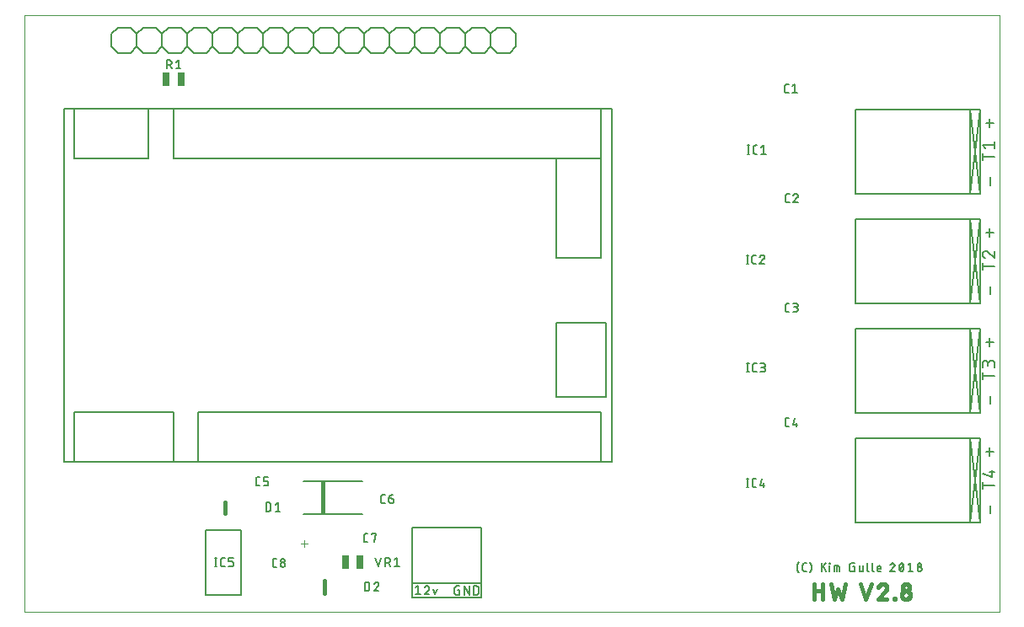
<source format=gto>
G75*
%MOIN*%
%OFA0B0*%
%FSLAX25Y25*%
%IPPOS*%
%LPD*%
%AMOC8*
5,1,8,0,0,1.08239X$1,22.5*
%
%ADD10C,0.00000*%
%ADD11C,0.00600*%
%ADD12C,0.00800*%
%ADD13C,0.01500*%
%ADD14C,0.01600*%
%ADD15C,0.00300*%
%ADD16C,0.00500*%
%ADD17R,0.02559X0.05512*%
D10*
X0005437Y0028622D02*
X0005437Y0264843D01*
X0391264Y0264843D01*
X0391264Y0028622D01*
X0005437Y0028622D01*
D11*
X0080855Y0046760D02*
X0081611Y0046760D01*
X0081233Y0046760D02*
X0081233Y0050160D01*
X0080855Y0050160D02*
X0081611Y0050160D01*
X0083153Y0049404D02*
X0083153Y0047515D01*
X0083155Y0047461D01*
X0083161Y0047407D01*
X0083170Y0047354D01*
X0083184Y0047302D01*
X0083201Y0047251D01*
X0083221Y0047201D01*
X0083245Y0047153D01*
X0083273Y0047106D01*
X0083304Y0047062D01*
X0083338Y0047020D01*
X0083374Y0046980D01*
X0083414Y0046944D01*
X0083456Y0046910D01*
X0083500Y0046879D01*
X0083547Y0046851D01*
X0083595Y0046827D01*
X0083645Y0046807D01*
X0083696Y0046790D01*
X0083748Y0046776D01*
X0083801Y0046767D01*
X0083855Y0046761D01*
X0083909Y0046759D01*
X0083909Y0046760D02*
X0084665Y0046760D01*
X0086168Y0046760D02*
X0087302Y0046760D01*
X0087302Y0046759D02*
X0087356Y0046761D01*
X0087410Y0046767D01*
X0087463Y0046776D01*
X0087515Y0046790D01*
X0087566Y0046807D01*
X0087616Y0046827D01*
X0087664Y0046851D01*
X0087711Y0046879D01*
X0087755Y0046910D01*
X0087797Y0046944D01*
X0087837Y0046980D01*
X0087873Y0047020D01*
X0087907Y0047062D01*
X0087938Y0047106D01*
X0087966Y0047153D01*
X0087990Y0047201D01*
X0088010Y0047251D01*
X0088027Y0047302D01*
X0088041Y0047354D01*
X0088050Y0047407D01*
X0088056Y0047461D01*
X0088058Y0047515D01*
X0088057Y0047515D02*
X0088057Y0047893D01*
X0088058Y0047893D02*
X0088056Y0047947D01*
X0088050Y0048001D01*
X0088041Y0048054D01*
X0088027Y0048106D01*
X0088010Y0048157D01*
X0087990Y0048207D01*
X0087966Y0048255D01*
X0087938Y0048302D01*
X0087907Y0048346D01*
X0087873Y0048388D01*
X0087837Y0048428D01*
X0087797Y0048464D01*
X0087755Y0048498D01*
X0087711Y0048529D01*
X0087664Y0048557D01*
X0087616Y0048581D01*
X0087566Y0048601D01*
X0087515Y0048618D01*
X0087463Y0048632D01*
X0087410Y0048641D01*
X0087356Y0048647D01*
X0087302Y0048649D01*
X0086168Y0048649D01*
X0086168Y0050160D01*
X0088057Y0050160D01*
X0084665Y0050160D02*
X0083909Y0050160D01*
X0083855Y0050158D01*
X0083801Y0050152D01*
X0083748Y0050143D01*
X0083696Y0050129D01*
X0083645Y0050112D01*
X0083595Y0050092D01*
X0083547Y0050068D01*
X0083500Y0050040D01*
X0083456Y0050009D01*
X0083414Y0049975D01*
X0083374Y0049939D01*
X0083338Y0049899D01*
X0083304Y0049857D01*
X0083273Y0049813D01*
X0083245Y0049766D01*
X0083221Y0049718D01*
X0083201Y0049668D01*
X0083184Y0049617D01*
X0083170Y0049565D01*
X0083161Y0049512D01*
X0083155Y0049458D01*
X0083153Y0049404D01*
X0103658Y0049122D02*
X0103658Y0047233D01*
X0103660Y0047179D01*
X0103666Y0047125D01*
X0103675Y0047072D01*
X0103689Y0047020D01*
X0103706Y0046969D01*
X0103726Y0046919D01*
X0103750Y0046871D01*
X0103778Y0046824D01*
X0103809Y0046780D01*
X0103843Y0046738D01*
X0103879Y0046698D01*
X0103919Y0046662D01*
X0103961Y0046628D01*
X0104005Y0046597D01*
X0104052Y0046569D01*
X0104100Y0046545D01*
X0104150Y0046525D01*
X0104201Y0046508D01*
X0104253Y0046494D01*
X0104306Y0046485D01*
X0104360Y0046479D01*
X0104414Y0046477D01*
X0105169Y0046477D01*
X0106674Y0047422D02*
X0106676Y0047362D01*
X0106682Y0047301D01*
X0106691Y0047242D01*
X0106705Y0047183D01*
X0106722Y0047125D01*
X0106743Y0047068D01*
X0106767Y0047012D01*
X0106795Y0046959D01*
X0106827Y0046907D01*
X0106861Y0046857D01*
X0106899Y0046810D01*
X0106940Y0046765D01*
X0106983Y0046723D01*
X0107029Y0046684D01*
X0107078Y0046648D01*
X0107129Y0046615D01*
X0107181Y0046585D01*
X0107236Y0046559D01*
X0107292Y0046536D01*
X0107349Y0046517D01*
X0107408Y0046502D01*
X0107467Y0046490D01*
X0107527Y0046482D01*
X0107588Y0046478D01*
X0107648Y0046478D01*
X0107709Y0046482D01*
X0107769Y0046490D01*
X0107828Y0046502D01*
X0107887Y0046517D01*
X0107944Y0046536D01*
X0108000Y0046559D01*
X0108055Y0046585D01*
X0108107Y0046615D01*
X0108158Y0046648D01*
X0108207Y0046684D01*
X0108253Y0046723D01*
X0108296Y0046765D01*
X0108337Y0046810D01*
X0108375Y0046857D01*
X0108409Y0046907D01*
X0108441Y0046959D01*
X0108469Y0047012D01*
X0108493Y0047068D01*
X0108514Y0047125D01*
X0108531Y0047183D01*
X0108545Y0047242D01*
X0108554Y0047301D01*
X0108560Y0047362D01*
X0108562Y0047422D01*
X0108560Y0047482D01*
X0108554Y0047543D01*
X0108545Y0047602D01*
X0108531Y0047661D01*
X0108514Y0047719D01*
X0108493Y0047776D01*
X0108469Y0047832D01*
X0108441Y0047885D01*
X0108409Y0047937D01*
X0108375Y0047987D01*
X0108337Y0048034D01*
X0108296Y0048079D01*
X0108253Y0048121D01*
X0108207Y0048160D01*
X0108158Y0048196D01*
X0108107Y0048229D01*
X0108055Y0048259D01*
X0108000Y0048285D01*
X0107944Y0048308D01*
X0107887Y0048327D01*
X0107828Y0048342D01*
X0107769Y0048354D01*
X0107709Y0048362D01*
X0107648Y0048366D01*
X0107588Y0048366D01*
X0107527Y0048362D01*
X0107467Y0048354D01*
X0107408Y0048342D01*
X0107349Y0048327D01*
X0107292Y0048308D01*
X0107236Y0048285D01*
X0107181Y0048259D01*
X0107129Y0048229D01*
X0107078Y0048196D01*
X0107029Y0048160D01*
X0106983Y0048121D01*
X0106940Y0048079D01*
X0106899Y0048034D01*
X0106861Y0047987D01*
X0106827Y0047937D01*
X0106795Y0047885D01*
X0106767Y0047832D01*
X0106743Y0047776D01*
X0106722Y0047719D01*
X0106705Y0047661D01*
X0106691Y0047602D01*
X0106682Y0047543D01*
X0106676Y0047482D01*
X0106674Y0047422D01*
X0106862Y0049122D02*
X0106864Y0049068D01*
X0106870Y0049014D01*
X0106879Y0048961D01*
X0106893Y0048909D01*
X0106910Y0048858D01*
X0106930Y0048808D01*
X0106954Y0048760D01*
X0106982Y0048713D01*
X0107013Y0048669D01*
X0107047Y0048627D01*
X0107083Y0048587D01*
X0107123Y0048551D01*
X0107165Y0048517D01*
X0107209Y0048486D01*
X0107256Y0048458D01*
X0107304Y0048434D01*
X0107354Y0048414D01*
X0107405Y0048397D01*
X0107457Y0048383D01*
X0107510Y0048374D01*
X0107564Y0048368D01*
X0107618Y0048366D01*
X0107672Y0048368D01*
X0107726Y0048374D01*
X0107779Y0048383D01*
X0107831Y0048397D01*
X0107882Y0048414D01*
X0107932Y0048434D01*
X0107980Y0048458D01*
X0108027Y0048486D01*
X0108071Y0048517D01*
X0108113Y0048551D01*
X0108153Y0048587D01*
X0108189Y0048627D01*
X0108223Y0048669D01*
X0108254Y0048713D01*
X0108282Y0048760D01*
X0108306Y0048808D01*
X0108326Y0048858D01*
X0108343Y0048909D01*
X0108357Y0048961D01*
X0108366Y0049014D01*
X0108372Y0049068D01*
X0108374Y0049122D01*
X0108372Y0049176D01*
X0108366Y0049230D01*
X0108357Y0049283D01*
X0108343Y0049335D01*
X0108326Y0049386D01*
X0108306Y0049436D01*
X0108282Y0049484D01*
X0108254Y0049531D01*
X0108223Y0049575D01*
X0108189Y0049617D01*
X0108153Y0049657D01*
X0108113Y0049693D01*
X0108071Y0049727D01*
X0108027Y0049758D01*
X0107980Y0049786D01*
X0107932Y0049810D01*
X0107882Y0049830D01*
X0107831Y0049847D01*
X0107779Y0049861D01*
X0107726Y0049870D01*
X0107672Y0049876D01*
X0107618Y0049878D01*
X0107564Y0049876D01*
X0107510Y0049870D01*
X0107457Y0049861D01*
X0107405Y0049847D01*
X0107354Y0049830D01*
X0107304Y0049810D01*
X0107256Y0049786D01*
X0107209Y0049758D01*
X0107165Y0049727D01*
X0107123Y0049693D01*
X0107083Y0049657D01*
X0107047Y0049617D01*
X0107013Y0049575D01*
X0106982Y0049531D01*
X0106954Y0049484D01*
X0106930Y0049436D01*
X0106910Y0049386D01*
X0106893Y0049335D01*
X0106879Y0049283D01*
X0106870Y0049230D01*
X0106864Y0049176D01*
X0106862Y0049122D01*
X0105169Y0049877D02*
X0104414Y0049877D01*
X0104414Y0049878D02*
X0104360Y0049876D01*
X0104306Y0049870D01*
X0104253Y0049861D01*
X0104201Y0049847D01*
X0104150Y0049830D01*
X0104100Y0049810D01*
X0104052Y0049786D01*
X0104005Y0049758D01*
X0103961Y0049727D01*
X0103919Y0049693D01*
X0103879Y0049657D01*
X0103843Y0049617D01*
X0103809Y0049575D01*
X0103778Y0049531D01*
X0103750Y0049484D01*
X0103726Y0049436D01*
X0103706Y0049386D01*
X0103689Y0049335D01*
X0103675Y0049283D01*
X0103666Y0049230D01*
X0103660Y0049176D01*
X0103658Y0049122D01*
X0104733Y0068528D02*
X0106621Y0068528D01*
X0105677Y0068528D02*
X0105677Y0071928D01*
X0104733Y0071173D01*
X0102901Y0070984D02*
X0102901Y0069473D01*
X0102899Y0069414D01*
X0102894Y0069355D01*
X0102884Y0069296D01*
X0102871Y0069238D01*
X0102855Y0069181D01*
X0102835Y0069125D01*
X0102811Y0069071D01*
X0102784Y0069018D01*
X0102754Y0068967D01*
X0102721Y0068918D01*
X0102684Y0068871D01*
X0102645Y0068827D01*
X0102603Y0068785D01*
X0102559Y0068746D01*
X0102512Y0068709D01*
X0102463Y0068676D01*
X0102412Y0068646D01*
X0102359Y0068619D01*
X0102305Y0068595D01*
X0102249Y0068575D01*
X0102192Y0068559D01*
X0102134Y0068546D01*
X0102075Y0068536D01*
X0102016Y0068531D01*
X0101957Y0068529D01*
X0101957Y0068528D02*
X0101013Y0068528D01*
X0101013Y0071928D01*
X0101957Y0071928D01*
X0102016Y0071926D01*
X0102075Y0071921D01*
X0102134Y0071911D01*
X0102192Y0071898D01*
X0102249Y0071882D01*
X0102305Y0071862D01*
X0102359Y0071838D01*
X0102412Y0071811D01*
X0102463Y0071781D01*
X0102512Y0071748D01*
X0102559Y0071711D01*
X0102603Y0071672D01*
X0102645Y0071630D01*
X0102684Y0071586D01*
X0102721Y0071539D01*
X0102754Y0071490D01*
X0102784Y0071439D01*
X0102811Y0071386D01*
X0102835Y0071332D01*
X0102855Y0071276D01*
X0102871Y0071219D01*
X0102884Y0071161D01*
X0102894Y0071102D01*
X0102899Y0071043D01*
X0102901Y0070984D01*
X0101126Y0078607D02*
X0099992Y0078607D01*
X0101126Y0078607D02*
X0101180Y0078609D01*
X0101234Y0078615D01*
X0101287Y0078624D01*
X0101339Y0078638D01*
X0101390Y0078655D01*
X0101440Y0078675D01*
X0101488Y0078699D01*
X0101535Y0078727D01*
X0101579Y0078758D01*
X0101621Y0078792D01*
X0101661Y0078828D01*
X0101697Y0078868D01*
X0101731Y0078910D01*
X0101762Y0078954D01*
X0101790Y0079001D01*
X0101814Y0079049D01*
X0101834Y0079099D01*
X0101851Y0079150D01*
X0101865Y0079202D01*
X0101874Y0079255D01*
X0101880Y0079309D01*
X0101882Y0079363D01*
X0101881Y0079363D02*
X0101881Y0079740D01*
X0101882Y0079740D02*
X0101880Y0079794D01*
X0101874Y0079848D01*
X0101865Y0079901D01*
X0101851Y0079953D01*
X0101834Y0080004D01*
X0101814Y0080054D01*
X0101790Y0080102D01*
X0101762Y0080149D01*
X0101731Y0080193D01*
X0101697Y0080235D01*
X0101661Y0080275D01*
X0101621Y0080311D01*
X0101579Y0080345D01*
X0101535Y0080376D01*
X0101488Y0080404D01*
X0101440Y0080428D01*
X0101390Y0080448D01*
X0101339Y0080465D01*
X0101287Y0080479D01*
X0101234Y0080488D01*
X0101180Y0080494D01*
X0101126Y0080496D01*
X0099992Y0080496D01*
X0099992Y0082007D01*
X0101881Y0082007D01*
X0098488Y0082007D02*
X0097733Y0082007D01*
X0097733Y0082008D02*
X0097679Y0082006D01*
X0097625Y0082000D01*
X0097572Y0081991D01*
X0097520Y0081977D01*
X0097469Y0081960D01*
X0097419Y0081940D01*
X0097371Y0081916D01*
X0097324Y0081888D01*
X0097280Y0081857D01*
X0097238Y0081823D01*
X0097198Y0081787D01*
X0097162Y0081747D01*
X0097128Y0081705D01*
X0097097Y0081661D01*
X0097069Y0081614D01*
X0097045Y0081566D01*
X0097025Y0081516D01*
X0097008Y0081465D01*
X0096994Y0081413D01*
X0096985Y0081360D01*
X0096979Y0081306D01*
X0096977Y0081252D01*
X0096977Y0079363D01*
X0096979Y0079309D01*
X0096985Y0079255D01*
X0096994Y0079202D01*
X0097008Y0079150D01*
X0097025Y0079099D01*
X0097045Y0079049D01*
X0097069Y0079001D01*
X0097097Y0078954D01*
X0097128Y0078910D01*
X0097162Y0078868D01*
X0097198Y0078828D01*
X0097238Y0078792D01*
X0097280Y0078758D01*
X0097324Y0078727D01*
X0097371Y0078699D01*
X0097419Y0078675D01*
X0097469Y0078655D01*
X0097520Y0078638D01*
X0097572Y0078624D01*
X0097625Y0078615D01*
X0097679Y0078609D01*
X0097733Y0078607D01*
X0098488Y0078607D01*
X0139702Y0058964D02*
X0139702Y0057075D01*
X0139701Y0057075D02*
X0139703Y0057021D01*
X0139709Y0056967D01*
X0139718Y0056914D01*
X0139732Y0056862D01*
X0139749Y0056811D01*
X0139769Y0056761D01*
X0139793Y0056713D01*
X0139821Y0056666D01*
X0139852Y0056622D01*
X0139886Y0056580D01*
X0139922Y0056540D01*
X0139962Y0056504D01*
X0140004Y0056470D01*
X0140048Y0056439D01*
X0140095Y0056411D01*
X0140143Y0056387D01*
X0140193Y0056367D01*
X0140244Y0056350D01*
X0140296Y0056336D01*
X0140349Y0056327D01*
X0140403Y0056321D01*
X0140457Y0056319D01*
X0140457Y0056320D02*
X0141213Y0056320D01*
X0143661Y0056320D02*
X0144606Y0059720D01*
X0142717Y0059720D01*
X0142717Y0059342D01*
X0141213Y0059720D02*
X0140457Y0059720D01*
X0140403Y0059718D01*
X0140349Y0059712D01*
X0140296Y0059703D01*
X0140244Y0059689D01*
X0140193Y0059672D01*
X0140143Y0059652D01*
X0140095Y0059628D01*
X0140048Y0059600D01*
X0140004Y0059569D01*
X0139962Y0059535D01*
X0139922Y0059499D01*
X0139886Y0059459D01*
X0139852Y0059417D01*
X0139821Y0059373D01*
X0139793Y0059326D01*
X0139769Y0059278D01*
X0139749Y0059228D01*
X0139732Y0059177D01*
X0139718Y0059125D01*
X0139709Y0059072D01*
X0139703Y0059018D01*
X0139701Y0058964D01*
X0144272Y0050043D02*
X0145406Y0046643D01*
X0146539Y0050043D01*
X0148215Y0050043D02*
X0148215Y0046643D01*
X0148215Y0048154D02*
X0149159Y0048154D01*
X0149348Y0048154D02*
X0150104Y0046643D01*
X0151781Y0046643D02*
X0153670Y0046643D01*
X0152726Y0046643D02*
X0152726Y0050043D01*
X0151781Y0049287D01*
X0149159Y0050042D02*
X0149219Y0050040D01*
X0149280Y0050034D01*
X0149339Y0050025D01*
X0149398Y0050011D01*
X0149456Y0049994D01*
X0149513Y0049973D01*
X0149569Y0049949D01*
X0149622Y0049921D01*
X0149674Y0049889D01*
X0149724Y0049855D01*
X0149771Y0049817D01*
X0149816Y0049776D01*
X0149858Y0049733D01*
X0149897Y0049687D01*
X0149933Y0049638D01*
X0149966Y0049587D01*
X0149996Y0049535D01*
X0150022Y0049480D01*
X0150045Y0049424D01*
X0150064Y0049367D01*
X0150079Y0049308D01*
X0150091Y0049249D01*
X0150099Y0049189D01*
X0150103Y0049128D01*
X0150103Y0049068D01*
X0150099Y0049007D01*
X0150091Y0048947D01*
X0150079Y0048888D01*
X0150064Y0048829D01*
X0150045Y0048772D01*
X0150022Y0048716D01*
X0149996Y0048661D01*
X0149966Y0048609D01*
X0149933Y0048558D01*
X0149897Y0048509D01*
X0149858Y0048463D01*
X0149816Y0048420D01*
X0149771Y0048379D01*
X0149724Y0048341D01*
X0149674Y0048307D01*
X0149622Y0048275D01*
X0149569Y0048247D01*
X0149513Y0048223D01*
X0149456Y0048202D01*
X0149398Y0048185D01*
X0149339Y0048171D01*
X0149280Y0048162D01*
X0149219Y0048156D01*
X0149159Y0048154D01*
X0149159Y0050043D02*
X0148215Y0050043D01*
X0144768Y0040511D02*
X0144824Y0040509D01*
X0144879Y0040504D01*
X0144934Y0040495D01*
X0144988Y0040482D01*
X0145041Y0040466D01*
X0145093Y0040446D01*
X0145144Y0040423D01*
X0145193Y0040397D01*
X0145240Y0040368D01*
X0145285Y0040335D01*
X0145328Y0040300D01*
X0145369Y0040262D01*
X0145407Y0040221D01*
X0145442Y0040178D01*
X0145475Y0040133D01*
X0145504Y0040086D01*
X0145530Y0040037D01*
X0145553Y0039986D01*
X0145573Y0039934D01*
X0145589Y0039881D01*
X0145602Y0039827D01*
X0145611Y0039772D01*
X0145616Y0039717D01*
X0145618Y0039661D01*
X0145334Y0039000D02*
X0143729Y0037111D01*
X0145618Y0037111D01*
X0143729Y0039755D02*
X0143751Y0039817D01*
X0143777Y0039877D01*
X0143806Y0039936D01*
X0143839Y0039992D01*
X0143875Y0040047D01*
X0143914Y0040099D01*
X0143956Y0040149D01*
X0144001Y0040196D01*
X0144049Y0040241D01*
X0144100Y0040283D01*
X0144152Y0040321D01*
X0144208Y0040356D01*
X0144265Y0040388D01*
X0144324Y0040416D01*
X0144384Y0040441D01*
X0144446Y0040462D01*
X0144509Y0040480D01*
X0144573Y0040493D01*
X0144638Y0040503D01*
X0144703Y0040509D01*
X0144768Y0040511D01*
X0145618Y0039661D02*
X0145616Y0039604D01*
X0145611Y0039548D01*
X0145602Y0039491D01*
X0145590Y0039436D01*
X0145574Y0039381D01*
X0145555Y0039328D01*
X0145533Y0039275D01*
X0145507Y0039225D01*
X0145478Y0039176D01*
X0145447Y0039128D01*
X0145412Y0039083D01*
X0145375Y0039040D01*
X0145335Y0039000D01*
X0141898Y0039567D02*
X0141898Y0038055D01*
X0141897Y0038055D02*
X0141895Y0037996D01*
X0141890Y0037937D01*
X0141880Y0037878D01*
X0141867Y0037820D01*
X0141851Y0037763D01*
X0141831Y0037707D01*
X0141807Y0037653D01*
X0141780Y0037600D01*
X0141750Y0037549D01*
X0141717Y0037500D01*
X0141680Y0037453D01*
X0141641Y0037409D01*
X0141599Y0037367D01*
X0141555Y0037328D01*
X0141508Y0037291D01*
X0141459Y0037258D01*
X0141408Y0037228D01*
X0141355Y0037201D01*
X0141301Y0037177D01*
X0141245Y0037157D01*
X0141188Y0037141D01*
X0141130Y0037128D01*
X0141071Y0037118D01*
X0141012Y0037113D01*
X0140953Y0037111D01*
X0140009Y0037111D01*
X0140009Y0040511D01*
X0140953Y0040511D01*
X0141012Y0040509D01*
X0141071Y0040504D01*
X0141130Y0040494D01*
X0141188Y0040481D01*
X0141245Y0040465D01*
X0141301Y0040445D01*
X0141355Y0040421D01*
X0141408Y0040394D01*
X0141459Y0040364D01*
X0141508Y0040331D01*
X0141555Y0040294D01*
X0141599Y0040255D01*
X0141641Y0040213D01*
X0141680Y0040169D01*
X0141717Y0040122D01*
X0141750Y0040073D01*
X0141780Y0040022D01*
X0141807Y0039969D01*
X0141831Y0039915D01*
X0141851Y0039859D01*
X0141867Y0039802D01*
X0141880Y0039744D01*
X0141890Y0039685D01*
X0141895Y0039626D01*
X0141897Y0039567D01*
X0160087Y0038220D02*
X0161032Y0038976D01*
X0161032Y0035576D01*
X0161976Y0035576D02*
X0160087Y0035576D01*
X0163687Y0035576D02*
X0165576Y0035576D01*
X0163687Y0035576D02*
X0165293Y0037464D01*
X0164726Y0038976D02*
X0164661Y0038974D01*
X0164596Y0038968D01*
X0164531Y0038958D01*
X0164467Y0038945D01*
X0164404Y0038927D01*
X0164342Y0038906D01*
X0164282Y0038881D01*
X0164223Y0038853D01*
X0164166Y0038821D01*
X0164110Y0038786D01*
X0164058Y0038748D01*
X0164007Y0038706D01*
X0163959Y0038661D01*
X0163914Y0038614D01*
X0163872Y0038564D01*
X0163833Y0038512D01*
X0163797Y0038457D01*
X0163764Y0038401D01*
X0163735Y0038342D01*
X0163709Y0038282D01*
X0163687Y0038220D01*
X0165293Y0037465D02*
X0165333Y0037505D01*
X0165370Y0037548D01*
X0165405Y0037593D01*
X0165436Y0037641D01*
X0165465Y0037690D01*
X0165491Y0037740D01*
X0165513Y0037793D01*
X0165532Y0037846D01*
X0165548Y0037901D01*
X0165560Y0037956D01*
X0165569Y0038013D01*
X0165574Y0038069D01*
X0165576Y0038126D01*
X0165574Y0038182D01*
X0165569Y0038237D01*
X0165560Y0038292D01*
X0165547Y0038346D01*
X0165531Y0038399D01*
X0165511Y0038451D01*
X0165488Y0038502D01*
X0165462Y0038551D01*
X0165433Y0038598D01*
X0165400Y0038643D01*
X0165365Y0038686D01*
X0165327Y0038727D01*
X0165286Y0038765D01*
X0165243Y0038800D01*
X0165198Y0038833D01*
X0165151Y0038862D01*
X0165102Y0038888D01*
X0165051Y0038911D01*
X0164999Y0038931D01*
X0164946Y0038947D01*
X0164892Y0038960D01*
X0164837Y0038969D01*
X0164782Y0038974D01*
X0164726Y0038976D01*
X0167116Y0037842D02*
X0167872Y0035576D01*
X0168627Y0037842D01*
X0175599Y0038161D02*
X0175599Y0036272D01*
X0175601Y0036218D01*
X0175607Y0036164D01*
X0175616Y0036111D01*
X0175630Y0036059D01*
X0175647Y0036008D01*
X0175667Y0035958D01*
X0175691Y0035910D01*
X0175719Y0035863D01*
X0175750Y0035819D01*
X0175784Y0035777D01*
X0175820Y0035737D01*
X0175860Y0035701D01*
X0175902Y0035667D01*
X0175946Y0035636D01*
X0175993Y0035608D01*
X0176041Y0035584D01*
X0176091Y0035564D01*
X0176142Y0035547D01*
X0176194Y0035533D01*
X0176247Y0035524D01*
X0176301Y0035518D01*
X0176355Y0035516D01*
X0176355Y0035517D02*
X0177488Y0035517D01*
X0177488Y0037405D01*
X0176921Y0037405D01*
X0175599Y0038161D02*
X0175601Y0038215D01*
X0175607Y0038269D01*
X0175616Y0038322D01*
X0175630Y0038374D01*
X0175647Y0038425D01*
X0175667Y0038475D01*
X0175691Y0038523D01*
X0175719Y0038570D01*
X0175750Y0038614D01*
X0175784Y0038656D01*
X0175820Y0038696D01*
X0175860Y0038732D01*
X0175902Y0038766D01*
X0175946Y0038797D01*
X0175993Y0038825D01*
X0176041Y0038849D01*
X0176091Y0038869D01*
X0176142Y0038886D01*
X0176194Y0038900D01*
X0176247Y0038909D01*
X0176301Y0038915D01*
X0176355Y0038917D01*
X0177488Y0038917D01*
X0179439Y0038917D02*
X0181328Y0035517D01*
X0181328Y0038917D01*
X0179439Y0038917D02*
X0179439Y0035517D01*
X0183279Y0035517D02*
X0183279Y0038917D01*
X0184224Y0038917D01*
X0184224Y0038916D02*
X0184283Y0038914D01*
X0184342Y0038909D01*
X0184401Y0038899D01*
X0184459Y0038886D01*
X0184516Y0038870D01*
X0184572Y0038850D01*
X0184626Y0038826D01*
X0184679Y0038799D01*
X0184730Y0038769D01*
X0184779Y0038736D01*
X0184826Y0038699D01*
X0184870Y0038660D01*
X0184912Y0038618D01*
X0184951Y0038574D01*
X0184988Y0038527D01*
X0185021Y0038478D01*
X0185051Y0038427D01*
X0185078Y0038374D01*
X0185102Y0038320D01*
X0185122Y0038264D01*
X0185138Y0038207D01*
X0185151Y0038149D01*
X0185161Y0038090D01*
X0185166Y0038031D01*
X0185168Y0037972D01*
X0185168Y0036461D01*
X0185166Y0036402D01*
X0185161Y0036343D01*
X0185151Y0036284D01*
X0185138Y0036226D01*
X0185122Y0036169D01*
X0185102Y0036113D01*
X0185078Y0036059D01*
X0185051Y0036006D01*
X0185021Y0035955D01*
X0184988Y0035906D01*
X0184951Y0035859D01*
X0184912Y0035815D01*
X0184870Y0035773D01*
X0184826Y0035734D01*
X0184779Y0035697D01*
X0184730Y0035664D01*
X0184679Y0035634D01*
X0184626Y0035607D01*
X0184572Y0035583D01*
X0184516Y0035563D01*
X0184459Y0035547D01*
X0184401Y0035534D01*
X0184342Y0035524D01*
X0184283Y0035519D01*
X0184224Y0035517D01*
X0183279Y0035517D01*
X0151476Y0072630D02*
X0151476Y0072819D01*
X0151474Y0072873D01*
X0151468Y0072927D01*
X0151459Y0072980D01*
X0151445Y0073032D01*
X0151428Y0073083D01*
X0151408Y0073133D01*
X0151384Y0073181D01*
X0151356Y0073228D01*
X0151325Y0073272D01*
X0151291Y0073314D01*
X0151255Y0073354D01*
X0151215Y0073390D01*
X0151173Y0073424D01*
X0151129Y0073455D01*
X0151082Y0073483D01*
X0151034Y0073507D01*
X0150984Y0073527D01*
X0150933Y0073544D01*
X0150881Y0073558D01*
X0150828Y0073567D01*
X0150774Y0073573D01*
X0150720Y0073575D01*
X0149587Y0073575D01*
X0149587Y0072630D01*
X0149589Y0072570D01*
X0149595Y0072509D01*
X0149604Y0072450D01*
X0149618Y0072391D01*
X0149635Y0072333D01*
X0149656Y0072276D01*
X0149680Y0072220D01*
X0149708Y0072167D01*
X0149740Y0072115D01*
X0149774Y0072065D01*
X0149812Y0072018D01*
X0149853Y0071973D01*
X0149896Y0071931D01*
X0149942Y0071892D01*
X0149991Y0071856D01*
X0150042Y0071823D01*
X0150094Y0071793D01*
X0150149Y0071767D01*
X0150205Y0071744D01*
X0150262Y0071725D01*
X0150321Y0071710D01*
X0150380Y0071698D01*
X0150440Y0071690D01*
X0150501Y0071686D01*
X0150561Y0071686D01*
X0150622Y0071690D01*
X0150682Y0071698D01*
X0150741Y0071710D01*
X0150800Y0071725D01*
X0150857Y0071744D01*
X0150913Y0071767D01*
X0150968Y0071793D01*
X0151020Y0071823D01*
X0151071Y0071856D01*
X0151120Y0071892D01*
X0151166Y0071931D01*
X0151209Y0071973D01*
X0151250Y0072018D01*
X0151288Y0072065D01*
X0151322Y0072115D01*
X0151354Y0072167D01*
X0151382Y0072220D01*
X0151406Y0072276D01*
X0151427Y0072333D01*
X0151444Y0072391D01*
X0151458Y0072450D01*
X0151467Y0072509D01*
X0151473Y0072570D01*
X0151475Y0072630D01*
X0149587Y0073575D02*
X0149589Y0073652D01*
X0149595Y0073728D01*
X0149604Y0073804D01*
X0149618Y0073879D01*
X0149635Y0073954D01*
X0149656Y0074027D01*
X0149681Y0074100D01*
X0149709Y0074171D01*
X0149741Y0074240D01*
X0149777Y0074308D01*
X0149816Y0074374D01*
X0149858Y0074438D01*
X0149903Y0074500D01*
X0149952Y0074559D01*
X0150003Y0074616D01*
X0150057Y0074670D01*
X0150114Y0074721D01*
X0150173Y0074770D01*
X0150235Y0074815D01*
X0150299Y0074857D01*
X0150365Y0074896D01*
X0150433Y0074932D01*
X0150502Y0074964D01*
X0150573Y0074992D01*
X0150646Y0075017D01*
X0150719Y0075038D01*
X0150794Y0075055D01*
X0150869Y0075069D01*
X0150945Y0075078D01*
X0151021Y0075084D01*
X0151098Y0075086D01*
X0148083Y0075086D02*
X0147327Y0075086D01*
X0147273Y0075084D01*
X0147219Y0075078D01*
X0147166Y0075069D01*
X0147114Y0075055D01*
X0147063Y0075038D01*
X0147013Y0075018D01*
X0146965Y0074994D01*
X0146918Y0074966D01*
X0146874Y0074935D01*
X0146832Y0074901D01*
X0146792Y0074865D01*
X0146756Y0074825D01*
X0146722Y0074783D01*
X0146691Y0074739D01*
X0146663Y0074692D01*
X0146639Y0074644D01*
X0146619Y0074594D01*
X0146602Y0074543D01*
X0146588Y0074491D01*
X0146579Y0074438D01*
X0146573Y0074384D01*
X0146571Y0074330D01*
X0146572Y0074330D02*
X0146572Y0072441D01*
X0146571Y0072441D02*
X0146573Y0072387D01*
X0146579Y0072333D01*
X0146588Y0072280D01*
X0146602Y0072228D01*
X0146619Y0072177D01*
X0146639Y0072127D01*
X0146663Y0072079D01*
X0146691Y0072032D01*
X0146722Y0071988D01*
X0146756Y0071946D01*
X0146792Y0071906D01*
X0146832Y0071870D01*
X0146874Y0071836D01*
X0146918Y0071805D01*
X0146965Y0071777D01*
X0147013Y0071753D01*
X0147063Y0071733D01*
X0147114Y0071716D01*
X0147166Y0071702D01*
X0147219Y0071693D01*
X0147273Y0071687D01*
X0147327Y0071685D01*
X0147327Y0071686D02*
X0148083Y0071686D01*
X0291045Y0078064D02*
X0291801Y0078064D01*
X0291423Y0078064D02*
X0291423Y0081464D01*
X0291045Y0081464D02*
X0291801Y0081464D01*
X0293343Y0080708D02*
X0293343Y0078819D01*
X0293345Y0078765D01*
X0293351Y0078711D01*
X0293360Y0078658D01*
X0293374Y0078606D01*
X0293391Y0078555D01*
X0293411Y0078505D01*
X0293435Y0078457D01*
X0293463Y0078410D01*
X0293494Y0078366D01*
X0293528Y0078324D01*
X0293564Y0078284D01*
X0293604Y0078248D01*
X0293646Y0078214D01*
X0293690Y0078183D01*
X0293737Y0078155D01*
X0293785Y0078131D01*
X0293835Y0078111D01*
X0293886Y0078094D01*
X0293938Y0078080D01*
X0293991Y0078071D01*
X0294045Y0078065D01*
X0294099Y0078063D01*
X0294099Y0078064D02*
X0294854Y0078064D01*
X0296358Y0078819D02*
X0298247Y0078819D01*
X0297681Y0078064D02*
X0297681Y0079575D01*
X0296358Y0078819D02*
X0297114Y0081464D01*
X0294854Y0081464D02*
X0294099Y0081464D01*
X0294045Y0081462D01*
X0293991Y0081456D01*
X0293938Y0081447D01*
X0293886Y0081433D01*
X0293835Y0081416D01*
X0293785Y0081396D01*
X0293737Y0081372D01*
X0293690Y0081344D01*
X0293646Y0081313D01*
X0293604Y0081279D01*
X0293564Y0081243D01*
X0293528Y0081203D01*
X0293494Y0081161D01*
X0293463Y0081117D01*
X0293435Y0081070D01*
X0293411Y0081022D01*
X0293391Y0080972D01*
X0293374Y0080921D01*
X0293360Y0080869D01*
X0293351Y0080816D01*
X0293345Y0080762D01*
X0293343Y0080708D01*
X0307083Y0102032D02*
X0307839Y0102032D01*
X0307083Y0102032D02*
X0307029Y0102034D01*
X0306975Y0102040D01*
X0306922Y0102049D01*
X0306870Y0102063D01*
X0306819Y0102080D01*
X0306769Y0102100D01*
X0306721Y0102124D01*
X0306674Y0102152D01*
X0306630Y0102183D01*
X0306588Y0102217D01*
X0306548Y0102253D01*
X0306512Y0102293D01*
X0306478Y0102335D01*
X0306447Y0102379D01*
X0306419Y0102426D01*
X0306395Y0102474D01*
X0306375Y0102524D01*
X0306358Y0102575D01*
X0306344Y0102627D01*
X0306335Y0102680D01*
X0306329Y0102734D01*
X0306327Y0102788D01*
X0306328Y0102788D02*
X0306328Y0104677D01*
X0306327Y0104677D02*
X0306329Y0104731D01*
X0306335Y0104785D01*
X0306344Y0104838D01*
X0306358Y0104890D01*
X0306375Y0104941D01*
X0306395Y0104991D01*
X0306419Y0105039D01*
X0306447Y0105086D01*
X0306478Y0105130D01*
X0306512Y0105172D01*
X0306548Y0105212D01*
X0306588Y0105248D01*
X0306630Y0105282D01*
X0306674Y0105313D01*
X0306721Y0105341D01*
X0306769Y0105365D01*
X0306819Y0105385D01*
X0306870Y0105402D01*
X0306922Y0105416D01*
X0306975Y0105425D01*
X0307029Y0105431D01*
X0307083Y0105433D01*
X0307083Y0105432D02*
X0307839Y0105432D01*
X0310098Y0105432D02*
X0309343Y0102788D01*
X0311231Y0102788D01*
X0310665Y0103543D02*
X0310665Y0102032D01*
X0297480Y0123615D02*
X0296536Y0123615D01*
X0297480Y0123615D02*
X0297540Y0123617D01*
X0297601Y0123623D01*
X0297660Y0123632D01*
X0297719Y0123646D01*
X0297777Y0123663D01*
X0297834Y0123684D01*
X0297890Y0123708D01*
X0297943Y0123736D01*
X0297995Y0123768D01*
X0298045Y0123802D01*
X0298092Y0123840D01*
X0298137Y0123881D01*
X0298179Y0123924D01*
X0298218Y0123970D01*
X0298254Y0124019D01*
X0298287Y0124070D01*
X0298317Y0124122D01*
X0298343Y0124177D01*
X0298366Y0124233D01*
X0298385Y0124290D01*
X0298400Y0124349D01*
X0298412Y0124408D01*
X0298420Y0124468D01*
X0298424Y0124529D01*
X0298424Y0124589D01*
X0298420Y0124650D01*
X0298412Y0124710D01*
X0298400Y0124769D01*
X0298385Y0124828D01*
X0298366Y0124885D01*
X0298343Y0124941D01*
X0298317Y0124996D01*
X0298287Y0125048D01*
X0298254Y0125099D01*
X0298218Y0125148D01*
X0298179Y0125194D01*
X0298137Y0125237D01*
X0298092Y0125278D01*
X0298045Y0125316D01*
X0297995Y0125350D01*
X0297943Y0125382D01*
X0297890Y0125410D01*
X0297834Y0125434D01*
X0297777Y0125455D01*
X0297719Y0125472D01*
X0297660Y0125486D01*
X0297601Y0125495D01*
X0297540Y0125501D01*
X0297480Y0125503D01*
X0297669Y0125504D02*
X0296913Y0125504D01*
X0297669Y0125503D02*
X0297723Y0125505D01*
X0297777Y0125511D01*
X0297830Y0125520D01*
X0297882Y0125534D01*
X0297933Y0125551D01*
X0297983Y0125571D01*
X0298031Y0125595D01*
X0298078Y0125623D01*
X0298122Y0125654D01*
X0298164Y0125688D01*
X0298204Y0125724D01*
X0298240Y0125764D01*
X0298274Y0125806D01*
X0298305Y0125850D01*
X0298333Y0125897D01*
X0298357Y0125945D01*
X0298377Y0125995D01*
X0298394Y0126046D01*
X0298408Y0126098D01*
X0298417Y0126151D01*
X0298423Y0126205D01*
X0298425Y0126259D01*
X0298423Y0126313D01*
X0298417Y0126367D01*
X0298408Y0126420D01*
X0298394Y0126472D01*
X0298377Y0126523D01*
X0298357Y0126573D01*
X0298333Y0126621D01*
X0298305Y0126668D01*
X0298274Y0126712D01*
X0298240Y0126754D01*
X0298204Y0126794D01*
X0298164Y0126830D01*
X0298122Y0126864D01*
X0298078Y0126895D01*
X0298031Y0126923D01*
X0297983Y0126947D01*
X0297933Y0126967D01*
X0297882Y0126984D01*
X0297830Y0126998D01*
X0297777Y0127007D01*
X0297723Y0127013D01*
X0297669Y0127015D01*
X0296536Y0127015D01*
X0295032Y0127015D02*
X0294276Y0127015D01*
X0294222Y0127013D01*
X0294168Y0127007D01*
X0294115Y0126998D01*
X0294063Y0126984D01*
X0294012Y0126967D01*
X0293962Y0126947D01*
X0293914Y0126923D01*
X0293867Y0126895D01*
X0293823Y0126864D01*
X0293781Y0126830D01*
X0293741Y0126794D01*
X0293705Y0126754D01*
X0293671Y0126712D01*
X0293640Y0126668D01*
X0293612Y0126621D01*
X0293588Y0126573D01*
X0293568Y0126523D01*
X0293551Y0126472D01*
X0293537Y0126420D01*
X0293528Y0126367D01*
X0293522Y0126313D01*
X0293520Y0126259D01*
X0293521Y0126259D02*
X0293521Y0124371D01*
X0293520Y0124371D02*
X0293522Y0124317D01*
X0293528Y0124263D01*
X0293537Y0124210D01*
X0293551Y0124158D01*
X0293568Y0124107D01*
X0293588Y0124057D01*
X0293612Y0124009D01*
X0293640Y0123962D01*
X0293671Y0123918D01*
X0293705Y0123876D01*
X0293741Y0123836D01*
X0293781Y0123800D01*
X0293823Y0123766D01*
X0293867Y0123735D01*
X0293914Y0123707D01*
X0293962Y0123683D01*
X0294012Y0123663D01*
X0294063Y0123646D01*
X0294115Y0123632D01*
X0294168Y0123623D01*
X0294222Y0123617D01*
X0294276Y0123615D01*
X0295032Y0123615D01*
X0291978Y0123615D02*
X0291222Y0123615D01*
X0291600Y0123615D02*
X0291600Y0127015D01*
X0291222Y0127015D02*
X0291978Y0127015D01*
X0307182Y0147347D02*
X0307937Y0147347D01*
X0307182Y0147347D02*
X0307128Y0147349D01*
X0307074Y0147355D01*
X0307021Y0147364D01*
X0306969Y0147378D01*
X0306918Y0147395D01*
X0306868Y0147415D01*
X0306820Y0147439D01*
X0306773Y0147467D01*
X0306729Y0147498D01*
X0306687Y0147532D01*
X0306647Y0147568D01*
X0306611Y0147608D01*
X0306577Y0147650D01*
X0306546Y0147694D01*
X0306518Y0147741D01*
X0306494Y0147789D01*
X0306474Y0147839D01*
X0306457Y0147890D01*
X0306443Y0147942D01*
X0306434Y0147995D01*
X0306428Y0148049D01*
X0306426Y0148103D01*
X0306426Y0149992D01*
X0306428Y0150046D01*
X0306434Y0150100D01*
X0306443Y0150153D01*
X0306457Y0150205D01*
X0306474Y0150256D01*
X0306494Y0150306D01*
X0306518Y0150354D01*
X0306546Y0150401D01*
X0306577Y0150445D01*
X0306611Y0150487D01*
X0306647Y0150527D01*
X0306687Y0150563D01*
X0306729Y0150597D01*
X0306773Y0150628D01*
X0306820Y0150656D01*
X0306868Y0150680D01*
X0306918Y0150700D01*
X0306969Y0150717D01*
X0307021Y0150731D01*
X0307074Y0150740D01*
X0307128Y0150746D01*
X0307182Y0150748D01*
X0307182Y0150747D02*
X0307937Y0150747D01*
X0309441Y0150747D02*
X0310574Y0150747D01*
X0310574Y0150748D02*
X0310628Y0150746D01*
X0310682Y0150740D01*
X0310735Y0150731D01*
X0310787Y0150717D01*
X0310838Y0150700D01*
X0310888Y0150680D01*
X0310936Y0150656D01*
X0310983Y0150628D01*
X0311027Y0150597D01*
X0311069Y0150563D01*
X0311109Y0150527D01*
X0311145Y0150487D01*
X0311179Y0150445D01*
X0311210Y0150401D01*
X0311238Y0150354D01*
X0311262Y0150306D01*
X0311282Y0150256D01*
X0311299Y0150205D01*
X0311313Y0150153D01*
X0311322Y0150100D01*
X0311328Y0150046D01*
X0311330Y0149992D01*
X0311328Y0149938D01*
X0311322Y0149884D01*
X0311313Y0149831D01*
X0311299Y0149779D01*
X0311282Y0149728D01*
X0311262Y0149678D01*
X0311238Y0149630D01*
X0311210Y0149583D01*
X0311179Y0149539D01*
X0311145Y0149497D01*
X0311109Y0149457D01*
X0311069Y0149421D01*
X0311027Y0149387D01*
X0310983Y0149356D01*
X0310936Y0149328D01*
X0310888Y0149304D01*
X0310838Y0149284D01*
X0310787Y0149267D01*
X0310735Y0149253D01*
X0310682Y0149244D01*
X0310628Y0149238D01*
X0310574Y0149236D01*
X0309819Y0149236D01*
X0310385Y0149236D02*
X0310445Y0149234D01*
X0310506Y0149228D01*
X0310565Y0149219D01*
X0310624Y0149205D01*
X0310682Y0149188D01*
X0310739Y0149167D01*
X0310795Y0149143D01*
X0310848Y0149115D01*
X0310900Y0149083D01*
X0310950Y0149049D01*
X0310997Y0149011D01*
X0311042Y0148970D01*
X0311084Y0148927D01*
X0311123Y0148881D01*
X0311159Y0148832D01*
X0311192Y0148781D01*
X0311222Y0148729D01*
X0311248Y0148674D01*
X0311271Y0148618D01*
X0311290Y0148561D01*
X0311305Y0148502D01*
X0311317Y0148443D01*
X0311325Y0148383D01*
X0311329Y0148322D01*
X0311329Y0148262D01*
X0311325Y0148201D01*
X0311317Y0148141D01*
X0311305Y0148082D01*
X0311290Y0148023D01*
X0311271Y0147966D01*
X0311248Y0147910D01*
X0311222Y0147855D01*
X0311192Y0147803D01*
X0311159Y0147752D01*
X0311123Y0147703D01*
X0311084Y0147657D01*
X0311042Y0147614D01*
X0310997Y0147573D01*
X0310950Y0147535D01*
X0310900Y0147501D01*
X0310848Y0147469D01*
X0310795Y0147441D01*
X0310739Y0147417D01*
X0310682Y0147396D01*
X0310624Y0147379D01*
X0310565Y0147365D01*
X0310506Y0147356D01*
X0310445Y0147350D01*
X0310385Y0147348D01*
X0310385Y0147347D02*
X0309441Y0147347D01*
X0298169Y0166469D02*
X0296280Y0166469D01*
X0297885Y0168358D01*
X0297319Y0169869D02*
X0297254Y0169867D01*
X0297189Y0169861D01*
X0297124Y0169851D01*
X0297060Y0169838D01*
X0296997Y0169820D01*
X0296935Y0169799D01*
X0296875Y0169774D01*
X0296816Y0169746D01*
X0296759Y0169714D01*
X0296703Y0169679D01*
X0296651Y0169641D01*
X0296600Y0169599D01*
X0296552Y0169554D01*
X0296507Y0169507D01*
X0296465Y0169457D01*
X0296426Y0169405D01*
X0296390Y0169350D01*
X0296357Y0169294D01*
X0296328Y0169235D01*
X0296302Y0169175D01*
X0296280Y0169113D01*
X0297885Y0168358D02*
X0297925Y0168398D01*
X0297962Y0168441D01*
X0297997Y0168486D01*
X0298028Y0168534D01*
X0298057Y0168583D01*
X0298083Y0168633D01*
X0298105Y0168686D01*
X0298124Y0168739D01*
X0298140Y0168794D01*
X0298152Y0168849D01*
X0298161Y0168906D01*
X0298166Y0168962D01*
X0298168Y0169019D01*
X0298169Y0169019D02*
X0298167Y0169075D01*
X0298162Y0169130D01*
X0298153Y0169185D01*
X0298140Y0169239D01*
X0298124Y0169292D01*
X0298104Y0169344D01*
X0298081Y0169395D01*
X0298055Y0169444D01*
X0298026Y0169491D01*
X0297993Y0169536D01*
X0297958Y0169579D01*
X0297920Y0169620D01*
X0297879Y0169658D01*
X0297836Y0169693D01*
X0297791Y0169726D01*
X0297744Y0169755D01*
X0297695Y0169781D01*
X0297644Y0169804D01*
X0297592Y0169824D01*
X0297539Y0169840D01*
X0297485Y0169853D01*
X0297430Y0169862D01*
X0297375Y0169867D01*
X0297319Y0169869D01*
X0294776Y0169869D02*
X0294020Y0169869D01*
X0294020Y0169870D02*
X0293966Y0169868D01*
X0293912Y0169862D01*
X0293859Y0169853D01*
X0293807Y0169839D01*
X0293756Y0169822D01*
X0293706Y0169802D01*
X0293658Y0169778D01*
X0293611Y0169750D01*
X0293567Y0169719D01*
X0293525Y0169685D01*
X0293485Y0169649D01*
X0293449Y0169609D01*
X0293415Y0169567D01*
X0293384Y0169523D01*
X0293356Y0169476D01*
X0293332Y0169428D01*
X0293312Y0169378D01*
X0293295Y0169327D01*
X0293281Y0169275D01*
X0293272Y0169222D01*
X0293266Y0169168D01*
X0293264Y0169114D01*
X0293265Y0169114D02*
X0293265Y0167225D01*
X0293264Y0167225D02*
X0293266Y0167171D01*
X0293272Y0167117D01*
X0293281Y0167064D01*
X0293295Y0167012D01*
X0293312Y0166961D01*
X0293332Y0166911D01*
X0293356Y0166863D01*
X0293384Y0166816D01*
X0293415Y0166772D01*
X0293449Y0166730D01*
X0293485Y0166690D01*
X0293525Y0166654D01*
X0293567Y0166620D01*
X0293611Y0166589D01*
X0293658Y0166561D01*
X0293706Y0166537D01*
X0293756Y0166517D01*
X0293807Y0166500D01*
X0293859Y0166486D01*
X0293912Y0166477D01*
X0293966Y0166471D01*
X0294020Y0166469D01*
X0294776Y0166469D01*
X0291722Y0166469D02*
X0290966Y0166469D01*
X0291344Y0166469D02*
X0291344Y0169869D01*
X0290966Y0169869D02*
X0291722Y0169869D01*
X0307241Y0190713D02*
X0307996Y0190713D01*
X0307241Y0190713D02*
X0307187Y0190715D01*
X0307133Y0190721D01*
X0307080Y0190730D01*
X0307028Y0190744D01*
X0306977Y0190761D01*
X0306927Y0190781D01*
X0306879Y0190805D01*
X0306832Y0190833D01*
X0306788Y0190864D01*
X0306746Y0190898D01*
X0306706Y0190934D01*
X0306670Y0190974D01*
X0306636Y0191016D01*
X0306605Y0191060D01*
X0306577Y0191107D01*
X0306553Y0191155D01*
X0306533Y0191205D01*
X0306516Y0191256D01*
X0306502Y0191308D01*
X0306493Y0191361D01*
X0306487Y0191415D01*
X0306485Y0191469D01*
X0306485Y0193358D01*
X0306487Y0193412D01*
X0306493Y0193466D01*
X0306502Y0193519D01*
X0306516Y0193571D01*
X0306533Y0193622D01*
X0306553Y0193672D01*
X0306577Y0193720D01*
X0306605Y0193767D01*
X0306636Y0193811D01*
X0306670Y0193853D01*
X0306706Y0193893D01*
X0306746Y0193929D01*
X0306788Y0193963D01*
X0306832Y0193994D01*
X0306879Y0194022D01*
X0306927Y0194046D01*
X0306977Y0194066D01*
X0307028Y0194083D01*
X0307080Y0194097D01*
X0307133Y0194106D01*
X0307187Y0194112D01*
X0307241Y0194114D01*
X0307241Y0194113D02*
X0307996Y0194113D01*
X0311106Y0192602D02*
X0311146Y0192642D01*
X0311183Y0192685D01*
X0311218Y0192730D01*
X0311249Y0192778D01*
X0311278Y0192827D01*
X0311304Y0192877D01*
X0311326Y0192930D01*
X0311345Y0192983D01*
X0311361Y0193038D01*
X0311373Y0193093D01*
X0311382Y0193150D01*
X0311387Y0193206D01*
X0311389Y0193263D01*
X0311106Y0192602D02*
X0309500Y0190713D01*
X0311389Y0190713D01*
X0309500Y0193357D02*
X0309522Y0193419D01*
X0309548Y0193479D01*
X0309577Y0193538D01*
X0309610Y0193594D01*
X0309646Y0193649D01*
X0309685Y0193701D01*
X0309727Y0193751D01*
X0309772Y0193798D01*
X0309820Y0193843D01*
X0309871Y0193885D01*
X0309923Y0193923D01*
X0309979Y0193958D01*
X0310036Y0193990D01*
X0310095Y0194018D01*
X0310155Y0194043D01*
X0310217Y0194064D01*
X0310280Y0194082D01*
X0310344Y0194095D01*
X0310409Y0194105D01*
X0310474Y0194111D01*
X0310539Y0194113D01*
X0310595Y0194111D01*
X0310650Y0194106D01*
X0310705Y0194097D01*
X0310759Y0194084D01*
X0310812Y0194068D01*
X0310864Y0194048D01*
X0310915Y0194025D01*
X0310964Y0193999D01*
X0311011Y0193970D01*
X0311056Y0193937D01*
X0311099Y0193902D01*
X0311140Y0193864D01*
X0311178Y0193823D01*
X0311213Y0193780D01*
X0311246Y0193735D01*
X0311275Y0193688D01*
X0311301Y0193639D01*
X0311324Y0193588D01*
X0311344Y0193536D01*
X0311360Y0193483D01*
X0311373Y0193429D01*
X0311382Y0193374D01*
X0311387Y0193319D01*
X0311389Y0193263D01*
X0298661Y0209835D02*
X0296772Y0209835D01*
X0297716Y0209835D02*
X0297716Y0213235D01*
X0296772Y0212480D01*
X0295268Y0213235D02*
X0294512Y0213235D01*
X0294512Y0213236D02*
X0294458Y0213234D01*
X0294404Y0213228D01*
X0294351Y0213219D01*
X0294299Y0213205D01*
X0294248Y0213188D01*
X0294198Y0213168D01*
X0294150Y0213144D01*
X0294103Y0213116D01*
X0294059Y0213085D01*
X0294017Y0213051D01*
X0293977Y0213015D01*
X0293941Y0212975D01*
X0293907Y0212933D01*
X0293876Y0212889D01*
X0293848Y0212842D01*
X0293824Y0212794D01*
X0293804Y0212744D01*
X0293787Y0212693D01*
X0293773Y0212641D01*
X0293764Y0212588D01*
X0293758Y0212534D01*
X0293756Y0212480D01*
X0293757Y0212480D02*
X0293757Y0210591D01*
X0293756Y0210591D02*
X0293758Y0210537D01*
X0293764Y0210483D01*
X0293773Y0210430D01*
X0293787Y0210378D01*
X0293804Y0210327D01*
X0293824Y0210277D01*
X0293848Y0210229D01*
X0293876Y0210182D01*
X0293907Y0210138D01*
X0293941Y0210096D01*
X0293977Y0210056D01*
X0294017Y0210020D01*
X0294059Y0209986D01*
X0294103Y0209955D01*
X0294150Y0209927D01*
X0294198Y0209903D01*
X0294248Y0209883D01*
X0294299Y0209866D01*
X0294351Y0209852D01*
X0294404Y0209843D01*
X0294458Y0209837D01*
X0294512Y0209835D01*
X0295268Y0209835D01*
X0292214Y0209835D02*
X0291458Y0209835D01*
X0291836Y0209835D02*
X0291836Y0213235D01*
X0291458Y0213235D02*
X0292214Y0213235D01*
X0306945Y0233961D02*
X0307701Y0233961D01*
X0306945Y0233961D02*
X0306891Y0233963D01*
X0306837Y0233969D01*
X0306784Y0233978D01*
X0306732Y0233992D01*
X0306681Y0234009D01*
X0306631Y0234029D01*
X0306583Y0234053D01*
X0306536Y0234081D01*
X0306492Y0234112D01*
X0306450Y0234146D01*
X0306410Y0234182D01*
X0306374Y0234222D01*
X0306340Y0234264D01*
X0306309Y0234308D01*
X0306281Y0234355D01*
X0306257Y0234403D01*
X0306237Y0234453D01*
X0306220Y0234504D01*
X0306206Y0234556D01*
X0306197Y0234609D01*
X0306191Y0234663D01*
X0306189Y0234717D01*
X0306190Y0234717D02*
X0306190Y0236606D01*
X0306189Y0236606D02*
X0306191Y0236660D01*
X0306197Y0236714D01*
X0306206Y0236767D01*
X0306220Y0236819D01*
X0306237Y0236870D01*
X0306257Y0236920D01*
X0306281Y0236968D01*
X0306309Y0237015D01*
X0306340Y0237059D01*
X0306374Y0237101D01*
X0306410Y0237141D01*
X0306450Y0237177D01*
X0306492Y0237211D01*
X0306536Y0237242D01*
X0306583Y0237270D01*
X0306631Y0237294D01*
X0306681Y0237314D01*
X0306732Y0237331D01*
X0306784Y0237345D01*
X0306837Y0237354D01*
X0306891Y0237360D01*
X0306945Y0237362D01*
X0306945Y0237361D02*
X0307701Y0237361D01*
X0309205Y0236606D02*
X0310149Y0237361D01*
X0310149Y0233961D01*
X0309205Y0233961D02*
X0311094Y0233961D01*
X0199827Y0252343D02*
X0197327Y0249843D01*
X0192327Y0249843D01*
X0189827Y0252343D01*
X0187327Y0249843D01*
X0182327Y0249843D01*
X0179827Y0252343D01*
X0177327Y0249843D01*
X0172327Y0249843D01*
X0169827Y0252343D01*
X0167327Y0249843D01*
X0162327Y0249843D01*
X0159827Y0252343D01*
X0157327Y0249843D01*
X0152327Y0249843D01*
X0149827Y0252343D01*
X0147327Y0249843D01*
X0142327Y0249843D01*
X0139827Y0252343D01*
X0137327Y0249843D01*
X0132327Y0249843D01*
X0129827Y0252343D01*
X0127327Y0249843D01*
X0122327Y0249843D01*
X0119827Y0252343D01*
X0117327Y0249843D01*
X0112327Y0249843D01*
X0109827Y0252343D01*
X0107327Y0249843D01*
X0102327Y0249843D01*
X0099827Y0252343D01*
X0097327Y0249843D01*
X0092327Y0249843D01*
X0089827Y0252343D01*
X0087327Y0249843D01*
X0082327Y0249843D01*
X0079827Y0252343D01*
X0077327Y0249843D01*
X0072327Y0249843D01*
X0069827Y0252343D01*
X0067327Y0249843D01*
X0062327Y0249843D01*
X0059827Y0252343D01*
X0057327Y0249843D01*
X0052327Y0249843D01*
X0049827Y0252343D01*
X0047327Y0249843D01*
X0042327Y0249843D01*
X0039827Y0252343D01*
X0039827Y0257343D01*
X0042327Y0259843D01*
X0047327Y0259843D01*
X0049827Y0257343D01*
X0052327Y0259843D01*
X0057327Y0259843D01*
X0059827Y0257343D01*
X0059827Y0252343D01*
X0059827Y0257343D02*
X0062327Y0259843D01*
X0067327Y0259843D01*
X0069827Y0257343D01*
X0072327Y0259843D01*
X0077327Y0259843D01*
X0079827Y0257343D01*
X0082327Y0259843D01*
X0087327Y0259843D01*
X0089827Y0257343D01*
X0089827Y0252343D01*
X0089827Y0257343D02*
X0092327Y0259843D01*
X0097327Y0259843D01*
X0099827Y0257343D01*
X0102327Y0259843D01*
X0107327Y0259843D01*
X0109827Y0257343D01*
X0112327Y0259843D01*
X0117327Y0259843D01*
X0119827Y0257343D01*
X0119827Y0252343D01*
X0119827Y0257343D02*
X0122327Y0259843D01*
X0127327Y0259843D01*
X0129827Y0257343D01*
X0132327Y0259843D01*
X0137327Y0259843D01*
X0139827Y0257343D01*
X0142327Y0259843D01*
X0147327Y0259843D01*
X0149827Y0257343D01*
X0149827Y0252343D01*
X0149827Y0257343D02*
X0152327Y0259843D01*
X0157327Y0259843D01*
X0159827Y0257343D01*
X0162327Y0259843D01*
X0167327Y0259843D01*
X0169827Y0257343D01*
X0172327Y0259843D01*
X0177327Y0259843D01*
X0179827Y0257343D01*
X0179827Y0252343D01*
X0179827Y0257343D02*
X0182327Y0259843D01*
X0187327Y0259843D01*
X0189827Y0257343D01*
X0192327Y0259843D01*
X0197327Y0259843D01*
X0199827Y0257343D01*
X0199827Y0252343D01*
X0189827Y0252343D02*
X0189827Y0257343D01*
X0169827Y0257343D02*
X0169827Y0252343D01*
X0159827Y0252343D02*
X0159827Y0257343D01*
X0139827Y0257343D02*
X0139827Y0252343D01*
X0129827Y0252343D02*
X0129827Y0257343D01*
X0109827Y0257343D02*
X0109827Y0252343D01*
X0099827Y0252343D02*
X0099827Y0257343D01*
X0079827Y0257343D02*
X0079827Y0252343D01*
X0069827Y0252343D02*
X0069827Y0257343D01*
X0066303Y0246952D02*
X0066303Y0243552D01*
X0065359Y0243552D02*
X0067248Y0243552D01*
X0065359Y0246196D02*
X0066303Y0246952D01*
X0062737Y0246952D02*
X0061792Y0246952D01*
X0061792Y0243552D01*
X0061792Y0245063D02*
X0062737Y0245063D01*
X0062925Y0245063D02*
X0063681Y0243552D01*
X0062737Y0245064D02*
X0062797Y0245066D01*
X0062858Y0245072D01*
X0062917Y0245081D01*
X0062976Y0245095D01*
X0063034Y0245112D01*
X0063091Y0245133D01*
X0063147Y0245157D01*
X0063200Y0245185D01*
X0063252Y0245217D01*
X0063302Y0245251D01*
X0063349Y0245289D01*
X0063394Y0245330D01*
X0063436Y0245373D01*
X0063475Y0245419D01*
X0063511Y0245468D01*
X0063544Y0245519D01*
X0063574Y0245571D01*
X0063600Y0245626D01*
X0063623Y0245682D01*
X0063642Y0245739D01*
X0063657Y0245798D01*
X0063669Y0245857D01*
X0063677Y0245917D01*
X0063681Y0245978D01*
X0063681Y0246038D01*
X0063677Y0246099D01*
X0063669Y0246159D01*
X0063657Y0246218D01*
X0063642Y0246277D01*
X0063623Y0246334D01*
X0063600Y0246390D01*
X0063574Y0246445D01*
X0063544Y0246497D01*
X0063511Y0246548D01*
X0063475Y0246597D01*
X0063436Y0246643D01*
X0063394Y0246686D01*
X0063349Y0246727D01*
X0063302Y0246765D01*
X0063252Y0246799D01*
X0063200Y0246831D01*
X0063147Y0246859D01*
X0063091Y0246883D01*
X0063034Y0246904D01*
X0062976Y0246921D01*
X0062917Y0246935D01*
X0062858Y0246944D01*
X0062797Y0246950D01*
X0062737Y0246952D01*
X0049827Y0252343D02*
X0049827Y0257343D01*
D12*
X0115941Y0080343D02*
X0139126Y0080343D01*
X0139126Y0067453D02*
X0115941Y0067453D01*
X0091177Y0061209D02*
X0091177Y0035406D01*
X0077177Y0035406D01*
X0077177Y0061209D01*
X0091177Y0061209D01*
X0313267Y0047259D02*
X0313267Y0045481D01*
X0313269Y0045430D01*
X0313274Y0045380D01*
X0313283Y0045330D01*
X0313296Y0045281D01*
X0313312Y0045233D01*
X0313331Y0045186D01*
X0313354Y0045140D01*
X0313380Y0045097D01*
X0313409Y0045055D01*
X0313441Y0045015D01*
X0313475Y0044978D01*
X0313512Y0044944D01*
X0313552Y0044912D01*
X0313594Y0044883D01*
X0313637Y0044857D01*
X0313683Y0044834D01*
X0313730Y0044815D01*
X0313778Y0044799D01*
X0313827Y0044786D01*
X0313877Y0044777D01*
X0313927Y0044772D01*
X0313978Y0044770D01*
X0314689Y0044770D01*
X0311667Y0044415D02*
X0311600Y0044497D01*
X0311536Y0044582D01*
X0311476Y0044669D01*
X0311418Y0044758D01*
X0311363Y0044849D01*
X0311312Y0044942D01*
X0311264Y0045037D01*
X0311219Y0045133D01*
X0311177Y0045231D01*
X0311139Y0045330D01*
X0311105Y0045430D01*
X0311074Y0045532D01*
X0311046Y0045634D01*
X0311022Y0045738D01*
X0311002Y0045842D01*
X0310986Y0045947D01*
X0310973Y0046052D01*
X0310963Y0046158D01*
X0310958Y0046264D01*
X0310956Y0046370D01*
X0316082Y0044415D02*
X0316149Y0044497D01*
X0316213Y0044582D01*
X0316273Y0044669D01*
X0316331Y0044758D01*
X0316386Y0044849D01*
X0316437Y0044942D01*
X0316485Y0045037D01*
X0316530Y0045133D01*
X0316572Y0045231D01*
X0316610Y0045330D01*
X0316644Y0045430D01*
X0316675Y0045532D01*
X0316703Y0045634D01*
X0316727Y0045738D01*
X0316747Y0045842D01*
X0316763Y0045947D01*
X0316776Y0046052D01*
X0316786Y0046158D01*
X0316791Y0046264D01*
X0316793Y0046370D01*
X0314689Y0047970D02*
X0313978Y0047970D01*
X0313925Y0047968D01*
X0313872Y0047962D01*
X0313820Y0047952D01*
X0313768Y0047938D01*
X0313718Y0047921D01*
X0313670Y0047900D01*
X0313622Y0047875D01*
X0313577Y0047846D01*
X0313535Y0047815D01*
X0313494Y0047780D01*
X0313457Y0047743D01*
X0313422Y0047702D01*
X0313391Y0047660D01*
X0313362Y0047614D01*
X0313337Y0047567D01*
X0313316Y0047519D01*
X0313299Y0047469D01*
X0313285Y0047417D01*
X0313275Y0047365D01*
X0313269Y0047312D01*
X0313267Y0047259D01*
X0316082Y0048325D02*
X0316149Y0048243D01*
X0316213Y0048158D01*
X0316273Y0048071D01*
X0316331Y0047982D01*
X0316386Y0047891D01*
X0316437Y0047798D01*
X0316485Y0047703D01*
X0316530Y0047607D01*
X0316572Y0047509D01*
X0316610Y0047410D01*
X0316644Y0047310D01*
X0316675Y0047208D01*
X0316703Y0047106D01*
X0316727Y0047002D01*
X0316747Y0046898D01*
X0316763Y0046793D01*
X0316776Y0046688D01*
X0316786Y0046582D01*
X0316791Y0046476D01*
X0316793Y0046370D01*
X0311667Y0048325D02*
X0311600Y0048243D01*
X0311536Y0048158D01*
X0311476Y0048071D01*
X0311418Y0047982D01*
X0311363Y0047891D01*
X0311312Y0047798D01*
X0311264Y0047703D01*
X0311219Y0047607D01*
X0311177Y0047509D01*
X0311139Y0047410D01*
X0311105Y0047310D01*
X0311074Y0047208D01*
X0311046Y0047106D01*
X0311022Y0047002D01*
X0311002Y0046898D01*
X0310986Y0046793D01*
X0310973Y0046688D01*
X0310963Y0046582D01*
X0310958Y0046476D01*
X0310956Y0046370D01*
X0320699Y0046015D02*
X0322477Y0047970D01*
X0323805Y0047970D02*
X0323983Y0047970D01*
X0323983Y0047792D01*
X0323805Y0047792D01*
X0323805Y0047970D01*
X0323894Y0046903D02*
X0323894Y0044770D01*
X0322477Y0044770D02*
X0321410Y0046726D01*
X0320699Y0047970D02*
X0320699Y0044770D01*
X0325708Y0044770D02*
X0325708Y0046903D01*
X0327308Y0046903D01*
X0327352Y0046901D01*
X0327396Y0046896D01*
X0327439Y0046887D01*
X0327481Y0046874D01*
X0327522Y0046858D01*
X0327562Y0046839D01*
X0327600Y0046816D01*
X0327635Y0046791D01*
X0327669Y0046762D01*
X0327700Y0046731D01*
X0327729Y0046697D01*
X0327754Y0046662D01*
X0327777Y0046624D01*
X0327796Y0046584D01*
X0327812Y0046543D01*
X0327825Y0046501D01*
X0327834Y0046458D01*
X0327839Y0046414D01*
X0327841Y0046370D01*
X0327841Y0044770D01*
X0326774Y0044770D02*
X0326774Y0046903D01*
X0331885Y0047259D02*
X0331885Y0045481D01*
X0331886Y0045481D02*
X0331888Y0045430D01*
X0331893Y0045380D01*
X0331902Y0045330D01*
X0331915Y0045281D01*
X0331931Y0045233D01*
X0331950Y0045186D01*
X0331973Y0045140D01*
X0331999Y0045097D01*
X0332028Y0045055D01*
X0332060Y0045015D01*
X0332094Y0044978D01*
X0332131Y0044944D01*
X0332171Y0044912D01*
X0332213Y0044883D01*
X0332256Y0044857D01*
X0332302Y0044834D01*
X0332349Y0044815D01*
X0332397Y0044799D01*
X0332446Y0044786D01*
X0332496Y0044777D01*
X0332546Y0044772D01*
X0332597Y0044770D01*
X0333663Y0044770D01*
X0333663Y0046548D01*
X0333130Y0046548D01*
X0331886Y0047259D02*
X0331888Y0047312D01*
X0331894Y0047365D01*
X0331904Y0047417D01*
X0331918Y0047469D01*
X0331935Y0047519D01*
X0331956Y0047567D01*
X0331981Y0047614D01*
X0332010Y0047660D01*
X0332041Y0047702D01*
X0332076Y0047743D01*
X0332113Y0047780D01*
X0332154Y0047815D01*
X0332196Y0047846D01*
X0332241Y0047875D01*
X0332289Y0047900D01*
X0332337Y0047921D01*
X0332387Y0047938D01*
X0332439Y0047952D01*
X0332491Y0047962D01*
X0332544Y0047968D01*
X0332597Y0047970D01*
X0333663Y0047970D01*
X0335663Y0046903D02*
X0335663Y0045303D01*
X0335664Y0045303D02*
X0335666Y0045259D01*
X0335671Y0045215D01*
X0335680Y0045172D01*
X0335693Y0045130D01*
X0335709Y0045089D01*
X0335728Y0045049D01*
X0335751Y0045011D01*
X0335776Y0044976D01*
X0335805Y0044942D01*
X0335836Y0044911D01*
X0335870Y0044882D01*
X0335905Y0044857D01*
X0335943Y0044834D01*
X0335983Y0044815D01*
X0336024Y0044799D01*
X0336066Y0044786D01*
X0336109Y0044777D01*
X0336153Y0044772D01*
X0336197Y0044770D01*
X0337085Y0044770D01*
X0337085Y0046903D01*
X0338896Y0047970D02*
X0338896Y0045303D01*
X0338898Y0045259D01*
X0338903Y0045215D01*
X0338912Y0045172D01*
X0338925Y0045130D01*
X0338941Y0045089D01*
X0338960Y0045049D01*
X0338983Y0045011D01*
X0339008Y0044976D01*
X0339037Y0044942D01*
X0339068Y0044911D01*
X0339102Y0044882D01*
X0339137Y0044857D01*
X0339175Y0044834D01*
X0339215Y0044815D01*
X0339256Y0044799D01*
X0339298Y0044786D01*
X0339341Y0044777D01*
X0339385Y0044772D01*
X0339429Y0044770D01*
X0340816Y0045303D02*
X0340816Y0047970D01*
X0342743Y0046192D02*
X0342743Y0045303D01*
X0342745Y0045259D01*
X0342750Y0045215D01*
X0342759Y0045172D01*
X0342772Y0045130D01*
X0342788Y0045089D01*
X0342807Y0045049D01*
X0342830Y0045011D01*
X0342855Y0044976D01*
X0342884Y0044942D01*
X0342915Y0044911D01*
X0342949Y0044882D01*
X0342984Y0044857D01*
X0343022Y0044834D01*
X0343062Y0044815D01*
X0343103Y0044799D01*
X0343145Y0044786D01*
X0343188Y0044777D01*
X0343232Y0044772D01*
X0343276Y0044770D01*
X0344165Y0044770D01*
X0344165Y0045837D02*
X0342743Y0045837D01*
X0342743Y0046192D02*
X0342745Y0046244D01*
X0342751Y0046296D01*
X0342760Y0046347D01*
X0342773Y0046397D01*
X0342790Y0046446D01*
X0342810Y0046494D01*
X0342834Y0046540D01*
X0342861Y0046584D01*
X0342891Y0046627D01*
X0342924Y0046666D01*
X0342961Y0046704D01*
X0342999Y0046739D01*
X0343040Y0046770D01*
X0343084Y0046799D01*
X0343129Y0046824D01*
X0343176Y0046846D01*
X0343224Y0046865D01*
X0343274Y0046880D01*
X0343325Y0046891D01*
X0343376Y0046899D01*
X0343428Y0046903D01*
X0343480Y0046903D01*
X0343532Y0046899D01*
X0343583Y0046891D01*
X0343634Y0046880D01*
X0343684Y0046865D01*
X0343732Y0046846D01*
X0343779Y0046824D01*
X0343824Y0046799D01*
X0343868Y0046770D01*
X0343909Y0046739D01*
X0343947Y0046704D01*
X0343984Y0046666D01*
X0344017Y0046627D01*
X0344047Y0046584D01*
X0344074Y0046540D01*
X0344098Y0046494D01*
X0344118Y0046446D01*
X0344135Y0046397D01*
X0344148Y0046347D01*
X0344157Y0046296D01*
X0344163Y0046244D01*
X0344165Y0046192D01*
X0344165Y0045837D01*
X0341349Y0044770D02*
X0341305Y0044772D01*
X0341261Y0044777D01*
X0341218Y0044786D01*
X0341176Y0044799D01*
X0341135Y0044815D01*
X0341095Y0044834D01*
X0341057Y0044857D01*
X0341022Y0044882D01*
X0340988Y0044911D01*
X0340957Y0044942D01*
X0340928Y0044976D01*
X0340903Y0045011D01*
X0340880Y0045049D01*
X0340861Y0045089D01*
X0340845Y0045130D01*
X0340832Y0045172D01*
X0340823Y0045215D01*
X0340818Y0045259D01*
X0340816Y0045303D01*
X0347845Y0044770D02*
X0349623Y0044770D01*
X0347845Y0044770D02*
X0349356Y0046548D01*
X0348823Y0047970D02*
X0348761Y0047968D01*
X0348700Y0047963D01*
X0348639Y0047953D01*
X0348579Y0047941D01*
X0348520Y0047924D01*
X0348462Y0047904D01*
X0348405Y0047881D01*
X0348349Y0047854D01*
X0348295Y0047824D01*
X0348244Y0047791D01*
X0348194Y0047755D01*
X0348146Y0047716D01*
X0348101Y0047674D01*
X0348059Y0047629D01*
X0348019Y0047582D01*
X0347982Y0047533D01*
X0347948Y0047482D01*
X0347917Y0047428D01*
X0347890Y0047373D01*
X0347866Y0047317D01*
X0347845Y0047259D01*
X0349356Y0046548D02*
X0349397Y0046589D01*
X0349435Y0046633D01*
X0349469Y0046680D01*
X0349501Y0046728D01*
X0349529Y0046779D01*
X0349554Y0046832D01*
X0349575Y0046886D01*
X0349592Y0046941D01*
X0349605Y0046997D01*
X0349615Y0047054D01*
X0349621Y0047112D01*
X0349623Y0047170D01*
X0349621Y0047225D01*
X0349616Y0047279D01*
X0349606Y0047333D01*
X0349593Y0047386D01*
X0349577Y0047438D01*
X0349557Y0047489D01*
X0349533Y0047538D01*
X0349507Y0047586D01*
X0349477Y0047631D01*
X0349444Y0047675D01*
X0349408Y0047716D01*
X0349369Y0047755D01*
X0349328Y0047791D01*
X0349284Y0047824D01*
X0349239Y0047854D01*
X0349191Y0047880D01*
X0349142Y0047904D01*
X0349091Y0047924D01*
X0349039Y0047940D01*
X0348986Y0047953D01*
X0348932Y0047963D01*
X0348878Y0047968D01*
X0348823Y0047970D01*
X0353223Y0046370D02*
X0353221Y0046270D01*
X0353215Y0046171D01*
X0353206Y0046072D01*
X0353193Y0045973D01*
X0353176Y0045875D01*
X0353155Y0045777D01*
X0353131Y0045680D01*
X0353103Y0045585D01*
X0353072Y0045490D01*
X0353037Y0045397D01*
X0352998Y0045305D01*
X0352956Y0045214D01*
X0352956Y0045215D02*
X0352938Y0045167D01*
X0352916Y0045121D01*
X0352890Y0045077D01*
X0352862Y0045035D01*
X0352830Y0044995D01*
X0352795Y0044958D01*
X0352757Y0044924D01*
X0352716Y0044893D01*
X0352674Y0044865D01*
X0352629Y0044840D01*
X0352583Y0044819D01*
X0352535Y0044801D01*
X0352486Y0044788D01*
X0352436Y0044778D01*
X0352385Y0044772D01*
X0352334Y0044770D01*
X0352283Y0044772D01*
X0352232Y0044778D01*
X0352182Y0044788D01*
X0352133Y0044801D01*
X0352085Y0044819D01*
X0352039Y0044840D01*
X0351994Y0044865D01*
X0351952Y0044893D01*
X0351911Y0044924D01*
X0351873Y0044958D01*
X0351838Y0044995D01*
X0351806Y0045035D01*
X0351778Y0045077D01*
X0351752Y0045121D01*
X0351730Y0045167D01*
X0351712Y0045215D01*
X0351623Y0045481D02*
X0353045Y0047259D01*
X0352956Y0047525D02*
X0352938Y0047573D01*
X0352916Y0047619D01*
X0352890Y0047663D01*
X0352862Y0047705D01*
X0352830Y0047745D01*
X0352795Y0047782D01*
X0352757Y0047816D01*
X0352716Y0047847D01*
X0352674Y0047875D01*
X0352629Y0047900D01*
X0352583Y0047921D01*
X0352535Y0047939D01*
X0352486Y0047952D01*
X0352436Y0047962D01*
X0352385Y0047968D01*
X0352334Y0047970D01*
X0352283Y0047968D01*
X0352232Y0047962D01*
X0352182Y0047952D01*
X0352133Y0047939D01*
X0352085Y0047921D01*
X0352039Y0047900D01*
X0351994Y0047875D01*
X0351952Y0047847D01*
X0351911Y0047816D01*
X0351873Y0047782D01*
X0351838Y0047745D01*
X0351806Y0047705D01*
X0351778Y0047663D01*
X0351752Y0047619D01*
X0351730Y0047573D01*
X0351712Y0047525D01*
X0352956Y0047526D02*
X0352998Y0047435D01*
X0353037Y0047343D01*
X0353072Y0047250D01*
X0353103Y0047155D01*
X0353131Y0047060D01*
X0353155Y0046963D01*
X0353176Y0046865D01*
X0353193Y0046767D01*
X0353206Y0046668D01*
X0353215Y0046569D01*
X0353221Y0046470D01*
X0353223Y0046370D01*
X0351445Y0046370D02*
X0351447Y0046470D01*
X0351453Y0046569D01*
X0351462Y0046668D01*
X0351475Y0046767D01*
X0351492Y0046865D01*
X0351513Y0046963D01*
X0351537Y0047060D01*
X0351565Y0047155D01*
X0351596Y0047250D01*
X0351631Y0047343D01*
X0351670Y0047435D01*
X0351712Y0047526D01*
X0351445Y0046370D02*
X0351447Y0046270D01*
X0351453Y0046171D01*
X0351462Y0046072D01*
X0351475Y0045973D01*
X0351492Y0045875D01*
X0351513Y0045777D01*
X0351537Y0045680D01*
X0351565Y0045585D01*
X0351596Y0045490D01*
X0351631Y0045397D01*
X0351670Y0045305D01*
X0351712Y0045214D01*
X0355045Y0044770D02*
X0356823Y0044770D01*
X0355934Y0044770D02*
X0355934Y0047970D01*
X0355045Y0047259D01*
X0358823Y0047259D02*
X0358825Y0047207D01*
X0358831Y0047155D01*
X0358840Y0047104D01*
X0358853Y0047054D01*
X0358870Y0047005D01*
X0358890Y0046957D01*
X0358914Y0046911D01*
X0358941Y0046867D01*
X0358971Y0046824D01*
X0359004Y0046785D01*
X0359041Y0046747D01*
X0359079Y0046712D01*
X0359120Y0046681D01*
X0359164Y0046652D01*
X0359209Y0046627D01*
X0359256Y0046605D01*
X0359304Y0046586D01*
X0359354Y0046571D01*
X0359405Y0046560D01*
X0359456Y0046552D01*
X0359508Y0046548D01*
X0359560Y0046548D01*
X0359612Y0046552D01*
X0359663Y0046560D01*
X0359714Y0046571D01*
X0359764Y0046586D01*
X0359812Y0046605D01*
X0359859Y0046627D01*
X0359904Y0046652D01*
X0359948Y0046681D01*
X0359989Y0046712D01*
X0360027Y0046747D01*
X0360064Y0046785D01*
X0360097Y0046824D01*
X0360127Y0046867D01*
X0360154Y0046911D01*
X0360178Y0046957D01*
X0360198Y0047005D01*
X0360215Y0047054D01*
X0360228Y0047104D01*
X0360237Y0047155D01*
X0360243Y0047207D01*
X0360245Y0047259D01*
X0360243Y0047311D01*
X0360237Y0047363D01*
X0360228Y0047414D01*
X0360215Y0047464D01*
X0360198Y0047513D01*
X0360178Y0047561D01*
X0360154Y0047607D01*
X0360127Y0047651D01*
X0360097Y0047694D01*
X0360064Y0047733D01*
X0360027Y0047771D01*
X0359989Y0047806D01*
X0359948Y0047837D01*
X0359904Y0047866D01*
X0359859Y0047891D01*
X0359812Y0047913D01*
X0359764Y0047932D01*
X0359714Y0047947D01*
X0359663Y0047958D01*
X0359612Y0047966D01*
X0359560Y0047970D01*
X0359508Y0047970D01*
X0359456Y0047966D01*
X0359405Y0047958D01*
X0359354Y0047947D01*
X0359304Y0047932D01*
X0359256Y0047913D01*
X0359209Y0047891D01*
X0359164Y0047866D01*
X0359120Y0047837D01*
X0359079Y0047806D01*
X0359041Y0047771D01*
X0359004Y0047733D01*
X0358971Y0047694D01*
X0358941Y0047651D01*
X0358914Y0047607D01*
X0358890Y0047561D01*
X0358870Y0047513D01*
X0358853Y0047464D01*
X0358840Y0047414D01*
X0358831Y0047363D01*
X0358825Y0047311D01*
X0358823Y0047259D01*
X0358645Y0045659D02*
X0358647Y0045601D01*
X0358653Y0045543D01*
X0358662Y0045486D01*
X0358675Y0045429D01*
X0358692Y0045373D01*
X0358713Y0045319D01*
X0358737Y0045266D01*
X0358764Y0045215D01*
X0358795Y0045165D01*
X0358829Y0045118D01*
X0358866Y0045073D01*
X0358905Y0045030D01*
X0358948Y0044991D01*
X0358993Y0044954D01*
X0359040Y0044920D01*
X0359090Y0044889D01*
X0359141Y0044862D01*
X0359194Y0044838D01*
X0359248Y0044817D01*
X0359304Y0044800D01*
X0359361Y0044787D01*
X0359418Y0044778D01*
X0359476Y0044772D01*
X0359534Y0044770D01*
X0359592Y0044772D01*
X0359650Y0044778D01*
X0359707Y0044787D01*
X0359764Y0044800D01*
X0359820Y0044817D01*
X0359874Y0044838D01*
X0359927Y0044862D01*
X0359979Y0044889D01*
X0360028Y0044920D01*
X0360075Y0044954D01*
X0360120Y0044991D01*
X0360163Y0045030D01*
X0360202Y0045073D01*
X0360239Y0045118D01*
X0360273Y0045165D01*
X0360304Y0045215D01*
X0360331Y0045266D01*
X0360355Y0045319D01*
X0360376Y0045373D01*
X0360393Y0045429D01*
X0360406Y0045486D01*
X0360415Y0045543D01*
X0360421Y0045601D01*
X0360423Y0045659D01*
X0360421Y0045717D01*
X0360415Y0045775D01*
X0360406Y0045832D01*
X0360393Y0045889D01*
X0360376Y0045945D01*
X0360355Y0045999D01*
X0360331Y0046052D01*
X0360304Y0046104D01*
X0360273Y0046153D01*
X0360239Y0046200D01*
X0360202Y0046245D01*
X0360163Y0046288D01*
X0360120Y0046327D01*
X0360075Y0046364D01*
X0360028Y0046398D01*
X0359979Y0046429D01*
X0359927Y0046456D01*
X0359874Y0046480D01*
X0359820Y0046501D01*
X0359764Y0046518D01*
X0359707Y0046531D01*
X0359650Y0046540D01*
X0359592Y0046546D01*
X0359534Y0046548D01*
X0359476Y0046546D01*
X0359418Y0046540D01*
X0359361Y0046531D01*
X0359304Y0046518D01*
X0359248Y0046501D01*
X0359194Y0046480D01*
X0359141Y0046456D01*
X0359090Y0046429D01*
X0359040Y0046398D01*
X0358993Y0046364D01*
X0358948Y0046327D01*
X0358905Y0046288D01*
X0358866Y0046245D01*
X0358829Y0046200D01*
X0358795Y0046153D01*
X0358764Y0046104D01*
X0358737Y0046052D01*
X0358713Y0045999D01*
X0358692Y0045945D01*
X0358675Y0045889D01*
X0358662Y0045832D01*
X0358653Y0045775D01*
X0358647Y0045717D01*
X0358645Y0045659D01*
X0387344Y0067605D02*
X0387344Y0070805D01*
X0384410Y0077447D02*
X0384410Y0080114D01*
X0384410Y0078781D02*
X0389210Y0078781D01*
X0388144Y0082151D02*
X0388144Y0084818D01*
X0389210Y0084018D02*
X0387077Y0084018D01*
X0388144Y0082151D02*
X0384410Y0083218D01*
X0387256Y0090500D02*
X0387256Y0093700D01*
X0385656Y0092100D02*
X0388856Y0092100D01*
X0387344Y0110912D02*
X0387344Y0114112D01*
X0384410Y0120754D02*
X0384410Y0123421D01*
X0384410Y0122088D02*
X0389210Y0122088D01*
X0389210Y0125458D02*
X0389210Y0126792D01*
X0389208Y0126864D01*
X0389202Y0126936D01*
X0389192Y0127008D01*
X0389179Y0127079D01*
X0389161Y0127149D01*
X0389140Y0127218D01*
X0389115Y0127285D01*
X0389087Y0127352D01*
X0389055Y0127416D01*
X0389019Y0127479D01*
X0388980Y0127540D01*
X0388938Y0127599D01*
X0388893Y0127655D01*
X0388845Y0127709D01*
X0388794Y0127760D01*
X0388740Y0127808D01*
X0388684Y0127853D01*
X0388625Y0127895D01*
X0388564Y0127934D01*
X0388501Y0127970D01*
X0388437Y0128002D01*
X0388370Y0128030D01*
X0388303Y0128055D01*
X0388234Y0128076D01*
X0388164Y0128094D01*
X0388093Y0128107D01*
X0388021Y0128117D01*
X0387949Y0128123D01*
X0387877Y0128125D01*
X0387805Y0128123D01*
X0387733Y0128117D01*
X0387661Y0128107D01*
X0387590Y0128094D01*
X0387520Y0128076D01*
X0387451Y0128055D01*
X0387384Y0128030D01*
X0387317Y0128002D01*
X0387253Y0127970D01*
X0387190Y0127934D01*
X0387129Y0127895D01*
X0387070Y0127853D01*
X0387014Y0127808D01*
X0386960Y0127760D01*
X0386909Y0127709D01*
X0386861Y0127655D01*
X0386816Y0127599D01*
X0386774Y0127540D01*
X0386735Y0127479D01*
X0386699Y0127416D01*
X0386667Y0127352D01*
X0386639Y0127285D01*
X0386614Y0127218D01*
X0386593Y0127149D01*
X0386575Y0127079D01*
X0386562Y0127008D01*
X0386552Y0126936D01*
X0386546Y0126864D01*
X0386544Y0126792D01*
X0386544Y0127058D02*
X0386544Y0125992D01*
X0386544Y0127058D02*
X0386542Y0127122D01*
X0386536Y0127187D01*
X0386527Y0127250D01*
X0386513Y0127313D01*
X0386496Y0127375D01*
X0386475Y0127436D01*
X0386450Y0127496D01*
X0386422Y0127554D01*
X0386390Y0127610D01*
X0386355Y0127664D01*
X0386317Y0127716D01*
X0386276Y0127766D01*
X0386231Y0127812D01*
X0386185Y0127857D01*
X0386135Y0127898D01*
X0386083Y0127936D01*
X0386029Y0127971D01*
X0385973Y0128003D01*
X0385915Y0128031D01*
X0385855Y0128056D01*
X0385794Y0128077D01*
X0385732Y0128094D01*
X0385669Y0128108D01*
X0385606Y0128117D01*
X0385541Y0128123D01*
X0385477Y0128125D01*
X0385413Y0128123D01*
X0385348Y0128117D01*
X0385285Y0128108D01*
X0385222Y0128094D01*
X0385160Y0128077D01*
X0385099Y0128056D01*
X0385039Y0128031D01*
X0384981Y0128003D01*
X0384925Y0127971D01*
X0384871Y0127936D01*
X0384819Y0127898D01*
X0384769Y0127857D01*
X0384723Y0127812D01*
X0384678Y0127766D01*
X0384637Y0127716D01*
X0384599Y0127664D01*
X0384564Y0127610D01*
X0384532Y0127554D01*
X0384504Y0127496D01*
X0384479Y0127436D01*
X0384458Y0127375D01*
X0384441Y0127313D01*
X0384427Y0127250D01*
X0384418Y0127187D01*
X0384412Y0127122D01*
X0384410Y0127058D01*
X0384410Y0125458D01*
X0387256Y0133807D02*
X0387256Y0137007D01*
X0385656Y0135407D02*
X0388856Y0135407D01*
X0387344Y0154219D02*
X0387344Y0157419D01*
X0384410Y0164061D02*
X0384410Y0166728D01*
X0384410Y0165395D02*
X0389210Y0165395D01*
X0389210Y0168765D02*
X0389210Y0171432D01*
X0389210Y0168765D02*
X0386544Y0171032D01*
X0384410Y0170232D02*
X0384412Y0170154D01*
X0384418Y0170077D01*
X0384428Y0170000D01*
X0384441Y0169924D01*
X0384459Y0169848D01*
X0384480Y0169774D01*
X0384505Y0169700D01*
X0384533Y0169628D01*
X0384565Y0169557D01*
X0384601Y0169489D01*
X0384640Y0169422D01*
X0384683Y0169357D01*
X0384728Y0169294D01*
X0384777Y0169234D01*
X0384829Y0169176D01*
X0384883Y0169121D01*
X0384940Y0169068D01*
X0385000Y0169019D01*
X0385062Y0168973D01*
X0385127Y0168929D01*
X0385193Y0168890D01*
X0385262Y0168853D01*
X0385332Y0168820D01*
X0385404Y0168791D01*
X0385477Y0168765D01*
X0386543Y0171032D02*
X0386494Y0171081D01*
X0386442Y0171127D01*
X0386388Y0171171D01*
X0386331Y0171211D01*
X0386273Y0171249D01*
X0386212Y0171283D01*
X0386150Y0171314D01*
X0386086Y0171341D01*
X0386020Y0171365D01*
X0385954Y0171385D01*
X0385886Y0171402D01*
X0385818Y0171415D01*
X0385749Y0171424D01*
X0385680Y0171430D01*
X0385610Y0171432D01*
X0385543Y0171430D01*
X0385476Y0171424D01*
X0385409Y0171415D01*
X0385343Y0171402D01*
X0385278Y0171385D01*
X0385214Y0171365D01*
X0385151Y0171341D01*
X0385089Y0171313D01*
X0385030Y0171282D01*
X0384972Y0171248D01*
X0384916Y0171211D01*
X0384862Y0171170D01*
X0384810Y0171127D01*
X0384761Y0171081D01*
X0384715Y0171032D01*
X0384672Y0170980D01*
X0384631Y0170926D01*
X0384594Y0170870D01*
X0384560Y0170812D01*
X0384529Y0170753D01*
X0384501Y0170691D01*
X0384477Y0170628D01*
X0384457Y0170564D01*
X0384440Y0170499D01*
X0384427Y0170433D01*
X0384418Y0170366D01*
X0384412Y0170299D01*
X0384410Y0170232D01*
X0387256Y0177114D02*
X0387256Y0180314D01*
X0385656Y0178714D02*
X0388856Y0178714D01*
X0387344Y0197526D02*
X0387344Y0200726D01*
X0384410Y0207369D02*
X0384410Y0210035D01*
X0384410Y0208702D02*
X0389210Y0208702D01*
X0389210Y0212072D02*
X0389210Y0214739D01*
X0389210Y0213406D02*
X0384410Y0213406D01*
X0385477Y0212072D01*
X0387256Y0220421D02*
X0387256Y0223621D01*
X0385656Y0222021D02*
X0388856Y0222021D01*
D13*
X0355459Y0038401D02*
X0355457Y0038329D01*
X0355451Y0038257D01*
X0355442Y0038185D01*
X0355428Y0038114D01*
X0355411Y0038044D01*
X0355390Y0037975D01*
X0355366Y0037907D01*
X0355338Y0037841D01*
X0355306Y0037776D01*
X0355271Y0037713D01*
X0355233Y0037651D01*
X0355191Y0037592D01*
X0355147Y0037536D01*
X0355099Y0037481D01*
X0355049Y0037429D01*
X0354996Y0037381D01*
X0354940Y0037334D01*
X0354882Y0037291D01*
X0354822Y0037251D01*
X0354760Y0037215D01*
X0354696Y0037182D01*
X0354630Y0037152D01*
X0354563Y0037125D01*
X0354494Y0037103D01*
X0354425Y0037084D01*
X0354354Y0037068D01*
X0354283Y0037057D01*
X0354211Y0037049D01*
X0354139Y0037045D01*
X0354067Y0037045D01*
X0353995Y0037049D01*
X0353923Y0037057D01*
X0353852Y0037068D01*
X0353781Y0037084D01*
X0353712Y0037103D01*
X0353643Y0037125D01*
X0353576Y0037152D01*
X0353510Y0037182D01*
X0353446Y0037215D01*
X0353384Y0037251D01*
X0353324Y0037291D01*
X0353266Y0037334D01*
X0353210Y0037381D01*
X0353157Y0037429D01*
X0353107Y0037481D01*
X0353059Y0037536D01*
X0353015Y0037592D01*
X0352973Y0037651D01*
X0352935Y0037713D01*
X0352900Y0037776D01*
X0352868Y0037841D01*
X0352840Y0037907D01*
X0352816Y0037975D01*
X0352795Y0038044D01*
X0352778Y0038114D01*
X0352764Y0038185D01*
X0352755Y0038257D01*
X0352749Y0038329D01*
X0352747Y0038401D01*
X0352749Y0038473D01*
X0352755Y0038545D01*
X0352764Y0038617D01*
X0352778Y0038688D01*
X0352795Y0038758D01*
X0352816Y0038827D01*
X0352840Y0038895D01*
X0352868Y0038961D01*
X0352900Y0039026D01*
X0352935Y0039089D01*
X0352973Y0039151D01*
X0353015Y0039210D01*
X0353059Y0039266D01*
X0353107Y0039321D01*
X0353157Y0039373D01*
X0353210Y0039421D01*
X0353266Y0039468D01*
X0353324Y0039511D01*
X0353384Y0039551D01*
X0353446Y0039587D01*
X0353510Y0039620D01*
X0353576Y0039650D01*
X0353643Y0039677D01*
X0353712Y0039699D01*
X0353781Y0039718D01*
X0353852Y0039734D01*
X0353923Y0039745D01*
X0353995Y0039753D01*
X0354067Y0039757D01*
X0354139Y0039757D01*
X0354211Y0039753D01*
X0354283Y0039745D01*
X0354354Y0039734D01*
X0354425Y0039718D01*
X0354494Y0039699D01*
X0354563Y0039677D01*
X0354630Y0039650D01*
X0354696Y0039620D01*
X0354760Y0039587D01*
X0354822Y0039551D01*
X0354882Y0039511D01*
X0354940Y0039468D01*
X0354996Y0039421D01*
X0355049Y0039373D01*
X0355099Y0039321D01*
X0355147Y0039266D01*
X0355191Y0039210D01*
X0355233Y0039151D01*
X0355271Y0039089D01*
X0355306Y0039026D01*
X0355338Y0038961D01*
X0355366Y0038895D01*
X0355390Y0038827D01*
X0355411Y0038758D01*
X0355428Y0038688D01*
X0355442Y0038617D01*
X0355451Y0038545D01*
X0355457Y0038473D01*
X0355459Y0038401D01*
X0355797Y0035351D02*
X0355795Y0035270D01*
X0355789Y0035190D01*
X0355780Y0035110D01*
X0355766Y0035030D01*
X0355749Y0034952D01*
X0355728Y0034874D01*
X0355704Y0034797D01*
X0355676Y0034721D01*
X0355644Y0034647D01*
X0355609Y0034575D01*
X0355570Y0034504D01*
X0355528Y0034435D01*
X0355483Y0034368D01*
X0355435Y0034304D01*
X0355383Y0034242D01*
X0355329Y0034182D01*
X0355272Y0034125D01*
X0355212Y0034071D01*
X0355150Y0034019D01*
X0355086Y0033971D01*
X0355019Y0033926D01*
X0354950Y0033884D01*
X0354879Y0033845D01*
X0354807Y0033810D01*
X0354733Y0033778D01*
X0354657Y0033750D01*
X0354580Y0033726D01*
X0354502Y0033705D01*
X0354424Y0033688D01*
X0354344Y0033674D01*
X0354264Y0033665D01*
X0354184Y0033659D01*
X0354103Y0033657D01*
X0354022Y0033659D01*
X0353942Y0033665D01*
X0353862Y0033674D01*
X0353782Y0033688D01*
X0353704Y0033705D01*
X0353626Y0033726D01*
X0353549Y0033750D01*
X0353473Y0033778D01*
X0353399Y0033810D01*
X0353327Y0033845D01*
X0353256Y0033884D01*
X0353187Y0033926D01*
X0353120Y0033971D01*
X0353056Y0034019D01*
X0352994Y0034071D01*
X0352934Y0034125D01*
X0352877Y0034182D01*
X0352823Y0034242D01*
X0352771Y0034304D01*
X0352723Y0034368D01*
X0352678Y0034435D01*
X0352636Y0034504D01*
X0352597Y0034575D01*
X0352562Y0034647D01*
X0352530Y0034721D01*
X0352502Y0034797D01*
X0352478Y0034874D01*
X0352457Y0034952D01*
X0352440Y0035030D01*
X0352426Y0035110D01*
X0352417Y0035190D01*
X0352411Y0035270D01*
X0352409Y0035351D01*
X0352411Y0035432D01*
X0352417Y0035512D01*
X0352426Y0035592D01*
X0352440Y0035672D01*
X0352457Y0035750D01*
X0352478Y0035828D01*
X0352502Y0035905D01*
X0352530Y0035981D01*
X0352562Y0036055D01*
X0352597Y0036127D01*
X0352636Y0036198D01*
X0352678Y0036267D01*
X0352723Y0036334D01*
X0352771Y0036398D01*
X0352823Y0036460D01*
X0352877Y0036520D01*
X0352934Y0036577D01*
X0352994Y0036631D01*
X0353056Y0036683D01*
X0353120Y0036731D01*
X0353187Y0036776D01*
X0353256Y0036818D01*
X0353327Y0036857D01*
X0353399Y0036892D01*
X0353473Y0036924D01*
X0353549Y0036952D01*
X0353626Y0036976D01*
X0353704Y0036997D01*
X0353782Y0037014D01*
X0353862Y0037028D01*
X0353942Y0037037D01*
X0354022Y0037043D01*
X0354103Y0037045D01*
X0354184Y0037043D01*
X0354264Y0037037D01*
X0354344Y0037028D01*
X0354424Y0037014D01*
X0354502Y0036997D01*
X0354580Y0036976D01*
X0354657Y0036952D01*
X0354733Y0036924D01*
X0354807Y0036892D01*
X0354879Y0036857D01*
X0354950Y0036818D01*
X0355019Y0036776D01*
X0355086Y0036731D01*
X0355150Y0036683D01*
X0355212Y0036631D01*
X0355272Y0036577D01*
X0355329Y0036520D01*
X0355383Y0036460D01*
X0355435Y0036398D01*
X0355483Y0036334D01*
X0355528Y0036267D01*
X0355570Y0036198D01*
X0355609Y0036127D01*
X0355644Y0036055D01*
X0355676Y0035981D01*
X0355704Y0035905D01*
X0355728Y0035828D01*
X0355749Y0035750D01*
X0355766Y0035672D01*
X0355780Y0035592D01*
X0355789Y0035512D01*
X0355795Y0035432D01*
X0355797Y0035351D01*
X0349656Y0033995D02*
X0349656Y0033656D01*
X0349317Y0033656D01*
X0349317Y0033995D01*
X0349656Y0033995D01*
X0346565Y0033656D02*
X0343176Y0033656D01*
X0346056Y0037045D01*
X0345040Y0039756D02*
X0344955Y0039754D01*
X0344870Y0039749D01*
X0344786Y0039739D01*
X0344702Y0039727D01*
X0344619Y0039710D01*
X0344536Y0039690D01*
X0344454Y0039666D01*
X0344374Y0039639D01*
X0344295Y0039609D01*
X0344217Y0039575D01*
X0344141Y0039537D01*
X0344066Y0039497D01*
X0343993Y0039453D01*
X0343922Y0039406D01*
X0343854Y0039356D01*
X0343787Y0039303D01*
X0343723Y0039247D01*
X0343661Y0039189D01*
X0343602Y0039128D01*
X0343546Y0039064D01*
X0343493Y0038998D01*
X0343442Y0038930D01*
X0343394Y0038860D01*
X0343350Y0038787D01*
X0343308Y0038713D01*
X0343270Y0038637D01*
X0343236Y0038560D01*
X0343204Y0038481D01*
X0343176Y0038401D01*
X0346057Y0037045D02*
X0346112Y0037100D01*
X0346164Y0037158D01*
X0346214Y0037218D01*
X0346261Y0037280D01*
X0346305Y0037345D01*
X0346345Y0037411D01*
X0346383Y0037480D01*
X0346417Y0037550D01*
X0346448Y0037622D01*
X0346475Y0037695D01*
X0346499Y0037769D01*
X0346519Y0037845D01*
X0346535Y0037921D01*
X0346548Y0037998D01*
X0346558Y0038075D01*
X0346563Y0038153D01*
X0346565Y0038231D01*
X0346563Y0038308D01*
X0346557Y0038385D01*
X0346547Y0038462D01*
X0346534Y0038538D01*
X0346516Y0038613D01*
X0346495Y0038688D01*
X0346470Y0038761D01*
X0346441Y0038832D01*
X0346409Y0038903D01*
X0346373Y0038971D01*
X0346334Y0039038D01*
X0346292Y0039102D01*
X0346246Y0039164D01*
X0346197Y0039224D01*
X0346145Y0039282D01*
X0346091Y0039336D01*
X0346033Y0039388D01*
X0345973Y0039437D01*
X0345911Y0039483D01*
X0345847Y0039525D01*
X0345780Y0039564D01*
X0345712Y0039600D01*
X0345641Y0039632D01*
X0345570Y0039661D01*
X0345497Y0039686D01*
X0345422Y0039707D01*
X0345347Y0039725D01*
X0345271Y0039738D01*
X0345194Y0039748D01*
X0345117Y0039754D01*
X0345040Y0039756D01*
X0340309Y0039756D02*
X0338275Y0033656D01*
X0336242Y0039756D01*
X0329995Y0039756D02*
X0328640Y0033656D01*
X0327284Y0037723D01*
X0325929Y0033656D01*
X0324573Y0039756D01*
X0321285Y0039756D02*
X0321285Y0033656D01*
X0317896Y0033656D02*
X0317896Y0039756D01*
X0317896Y0037045D02*
X0321285Y0037045D01*
D14*
X0124256Y0036201D02*
X0124236Y0036220D01*
X0124236Y0040965D01*
X0123547Y0067992D02*
X0123547Y0079803D01*
X0084630Y0072185D02*
X0084630Y0067598D01*
D15*
X0114868Y0055738D02*
X0117334Y0055738D01*
X0116101Y0054505D02*
X0116101Y0056972D01*
D16*
X0158705Y0062047D02*
X0158705Y0040000D01*
X0186264Y0040000D01*
X0186264Y0062047D01*
X0158705Y0062047D01*
X0158705Y0040000D02*
X0158705Y0034488D01*
X0186264Y0034488D01*
X0186264Y0040000D01*
X0233547Y0088071D02*
X0074256Y0088071D01*
X0074256Y0107756D01*
X0233547Y0107756D01*
X0233547Y0088071D01*
X0237642Y0088071D02*
X0021106Y0088071D01*
X0021106Y0227835D01*
X0064413Y0227835D01*
X0233547Y0227835D01*
X0237642Y0227835D01*
X0237642Y0088071D01*
X0235516Y0113661D02*
X0215831Y0113661D01*
X0215831Y0143189D01*
X0235516Y0143189D01*
X0235516Y0113661D01*
X0233547Y0168780D02*
X0215831Y0168780D01*
X0215831Y0208150D01*
X0064413Y0208150D01*
X0064413Y0227835D01*
X0054571Y0227835D02*
X0054571Y0208150D01*
X0025043Y0208150D01*
X0025043Y0227835D01*
X0054571Y0227835D01*
X0215831Y0208150D02*
X0233547Y0208150D01*
X0233547Y0227835D01*
X0233547Y0208150D02*
X0233547Y0168780D01*
X0334177Y0184134D02*
X0334177Y0150669D01*
X0379453Y0150669D01*
X0383390Y0184134D01*
X0379453Y0184134D01*
X0383390Y0150669D01*
X0379453Y0150669D01*
X0379453Y0184134D01*
X0334177Y0184134D01*
X0334177Y0193976D02*
X0334177Y0227441D01*
X0379453Y0227441D01*
X0383390Y0193976D01*
X0379453Y0193976D01*
X0383390Y0227441D01*
X0379453Y0227441D01*
X0379453Y0193976D01*
X0334177Y0193976D01*
X0383390Y0193976D02*
X0383390Y0227441D01*
X0383390Y0184134D02*
X0383390Y0150669D01*
X0383390Y0140827D02*
X0379453Y0140827D01*
X0383390Y0107362D01*
X0379453Y0107362D01*
X0383390Y0140827D01*
X0383390Y0107362D01*
X0379453Y0107362D02*
X0379453Y0140827D01*
X0334177Y0140827D01*
X0334177Y0107362D01*
X0379453Y0107362D01*
X0379453Y0097520D02*
X0383390Y0064055D01*
X0379453Y0064055D01*
X0383390Y0097520D01*
X0379453Y0097520D01*
X0334177Y0097520D01*
X0334177Y0064055D01*
X0379453Y0064055D01*
X0379453Y0097520D01*
X0383390Y0097520D02*
X0383390Y0064055D01*
X0064413Y0088071D02*
X0025043Y0088071D01*
X0025043Y0107756D01*
X0064413Y0107756D01*
X0064413Y0088071D01*
D17*
X0132438Y0048313D03*
X0138238Y0048313D03*
X0067372Y0239258D03*
X0061572Y0239258D03*
M02*

</source>
